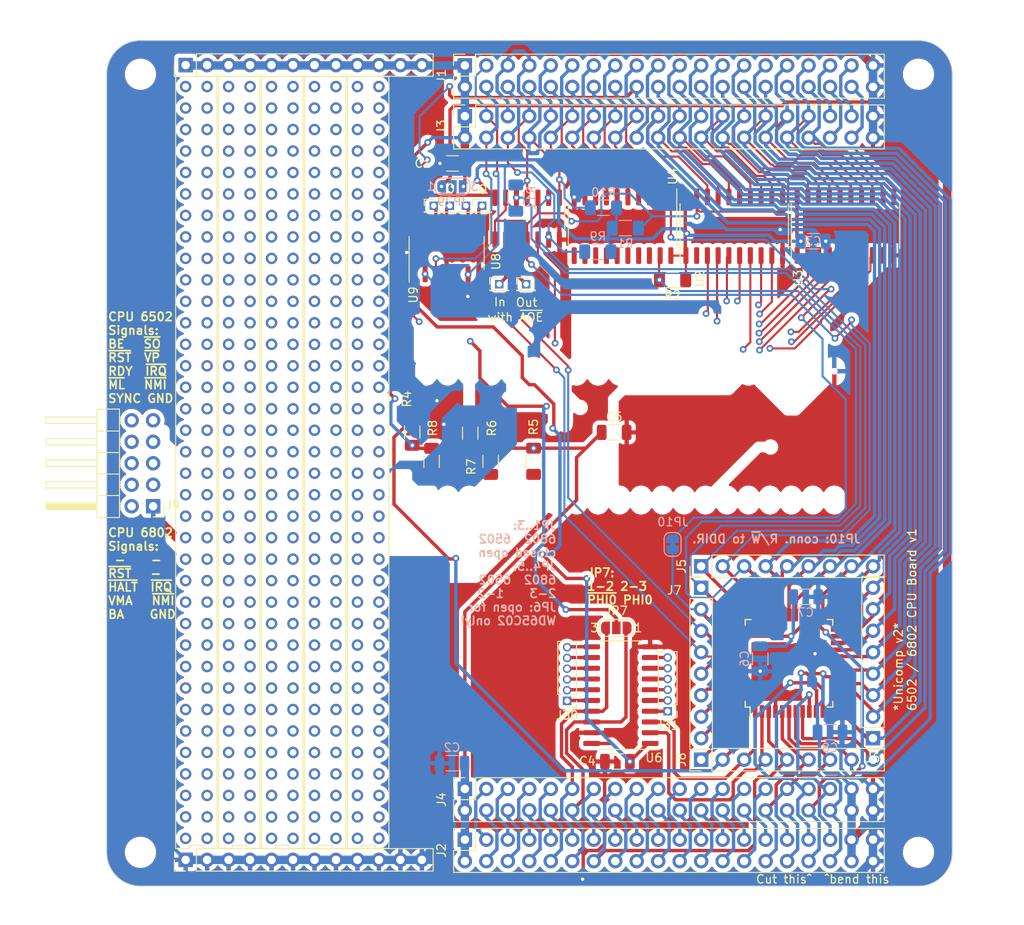
<source format=kicad_pcb>
(kicad_pcb (version 20221018) (generator pcbnew)
  (layers (0 "F.Cu" signal) (31 "B.Cu" signal) (34 "B.Paste" user) (35 "F.Paste" user) (36 "B.SilkS" user "B.Silkscreen") (37 "F.SilkS" user "F.Silkscreen") (38 "B.Mask" user) (39 "F.Mask" user) (44 "Edge.Cuts" user))
  (net 0 "")
  (net 1 "/~{RST}")
  (net 2 "/~{BUSFREE}")
  (net 3 "/~{RAMWE13}")
  (net 4 "/~{RAMWE12}")
  (net 5 "/~{RAMWE11}")
  (net 6 "/~{RAMWE10}")
  (net 7 "GND")
  (net 8 "/D7")
  (net 9 "/D6")
  (net 10 "/D5")
  (net 11 "/D4")
  (net 12 "/D3")
  (net 13 "/D2")
  (net 14 "/D1")
  (net 15 "/D0")
  (net 16 "+5V")
  (net 17 "/A15")
  (net 18 "/A14")
  (net 19 "/A13")
  (net 20 "/A12")
  (net 21 "/A11")
  (net 22 "/A10")
  (net 23 "/A9")
  (net 24 "/A8")
  (net 25 "/A7")
  (net 26 "/A6")
  (net 27 "/A5")
  (net 28 "/A4")
  (net 29 "/A3")
  (net 30 "/A2")
  (net 31 "/A1")
  (net 32 "/A0")
  (net 33 "/CD0")
  (net 34 "/CD1")
  (net 35 "/CD2")
  (net 36 "/CD3")
  (net 37 "/CD4")
  (net 38 "/CD5")
  (net 39 "/CD6")
  (net 40 "/CD7")
  (net 41 "/CA0")
  (net 42 "/CA1")
  (net 43 "/CA2")
  (net 44 "/CA3")
  (net 45 "/CA4")
  (net 46 "/CA5")
  (net 47 "/CA6")
  (net 48 "/CA7")
  (net 49 "/CA8")
  (net 50 "/CA9")
  (net 51 "/CA10")
  (net 52 "/CA11")
  (net 53 "/CA12")
  (net 54 "/CA13")
  (net 55 "/CA14")
  (net 56 "/CA15")
  (net 57 "/~{RAMWE9}")
  (net 58 "/~{RAMWE8}")
  (net 59 "/~{RAMWE7}")
  (net 60 "/~{RAMWE6}")
  (net 61 "/~{RAMWE5}")
  (net 62 "/~{RAMWE4}")
  (net 63 "/TDI")
  (net 64 "/TMS")
  (net 65 "/TCK")
  (net 66 "+3V3")
  (net 67 "/TDO")
  (net 68 "/CLKF")
  (net 69 "/~{RAMWE3}")
  (net 70 "/~{RAMWE2}")
  (net 71 "/~{RAMWE1}")
  (net 72 "/~{RAMWE0}")
  (net 73 "/DDIR")
  (net 74 "/CLKS")
  (net 75 "/MOSI")
  (net 76 "/SCK")
  (net 77 "/~{IOWR}")
  (net 78 "/~{MWR}")
  (net 79 "/~{MRD}")
  (net 80 "/R{slash}~{W}_e")
  (net 81 "/~{IORD}")
  (net 82 "/PHI2_e")
  (net 83 "/PHI1_e")
  (net 84 "/~{PH0}")
  (net 85 "/PH0")
  (net 86 "/RX1")
  (net 87 "/RES1")
  (net 88 "/TX1")
  (net 89 "/RES0")
  (net 90 "/TX3")
  (net 91 "/RX3")
  (net 92 "/TX2")
  (net 93 "/RX2")
  (net 173 "/Bus/TDRTN")
  (net 179 "/A16")
  (net 180 "/A17")
  (net 181 "/A18")
  (net 182 "/A19")
  (net 459 "/PH0_c")
  (net 460 "/~{PH0_c}")
  (net 461 "/~{WR}c")
  (net 462 "/~{AOE}")
  (net 463 "/~{DOE}")
  (net 464 "/~{RD}c")
  (net 465 "Net-(J30-Pin_1)")
  (net 466 "Net-(J30-Pin_2)")
  (net 467 "Net-(J30-Pin_3)")
  (net 468 "Net-(J30-Pin_4)")
  (net 469 "Net-(J30-Pin_5)")
  (net 470 "Net-(J30-Pin_6)")
  (net 471 "Net-(J31-Pin_1)")
  (net 472 "Net-(J31-Pin_2)")
  (net 473 "Net-(J31-Pin_3)")
  (net 474 "Net-(J31-Pin_4)")
  (net 475 "Net-(J31-Pin_5)")
  (net 476 "Net-(J31-Pin_6)")
  (net 477 "/R{slash}~{W}")
  (net 478 "/PHI2")
  (net 479 "/PHI1")
  (net 480 "/CPUCLK")
  (net 481 "/IO0")
  (net 482 "/IO1")
  (net 483 "/IO2")
  (net 484 "/IO3")
  (net 485 "/IO4")
  (net 486 "/BE")
  (net 487 "/~{VP}")
  (net 488 "/~{SO}")
  (net 489 "/~{NMI}")
  (net 490 "/~{IRQ}")
  (net 491 "/RDY")
  (net 492 "/~{ML}")
  (net 493 "/SYNC")
  (net 494 "Net-(J11-Pin_1)")
  (net 495 "Net-(J10-Pin_1)")
  (net 496 "Net-(J12-Pin_1)")
  (net 497 "Net-(J13-Pin_1)")
  (net 498 "Net-(J14-Pin_1)")
  (net 499 "Net-(J15-Pin_1)")
  (net 500 "/Buffers/VBuffer")
  (footprint "Capacitor_SMD:C_1206_3216Metric" (layer "F.Cu") (at 157.353 91.694)
    (fp_text reference "C5")
    (fp_text value "100n")
  )
  (footprint "Connector_PinHeader_1.27mm:PinHeader_1x01_P1.27mm_Vertical" (layer "F.Cu") (at 146.939 74.168)
    (fp_text reference "J10" hide)
    (fp_text value "Conn_01x01")
  )
  (footprint "Connector_PinHeader_2.54mm:PinHeader_1x09_P2.54mm_Vertical" (layer "F.Cu") (at 167.64 130.389005 90)
    (fp_text reference "J8")
    (fp_text value "Conn_01x09")
  )
  (footprint "Package_SO:SO-20_5.3x12.6mm_P1.27mm" (layer "F.Cu") (at 171.5516 67.3181 90)
    (fp_text reference "U2")
    (fp_text value "SN74LVC245ANSR")
  )
  (footprint "my_own_conn:Proto_2x36" (layer "F.Cu") (at 128.27 95.25)
    (fp_text reference "J26" hide)
    (fp_text value "Conn_02x36_Counter_Clockwise" hide)
  )
  (footprint "Connector_PinSocket_2.54mm:PinSocket_2x20_P2.54mm_Vertical" (layer "F.Cu") (at 139.7 48.303005 90)
    (fp_text reference "J1")
    (fp_text value "BUS")
  )
  (footprint "Package_SO:SO-20_5.3x12.6mm_P1.27mm" (layer "F.Cu") (at 184.7088 67.3019 90)
    (fp_text reference "U3")
    (fp_text value "SN74LVC245ANSR")
  )
  (footprint "Connector_PinHeader_1.27mm:PinHeader_1x06_P1.27mm_Vertical" (layer "F.Cu") (at 163.6776 124.6632 180)
    (fp_text reference "J31")
    (fp_text value "Conn_01x06")
  )
  (footprint "Resistor_SMD:R_1206_3216Metric_Pad1.30x1.75mm_HandSolder" (layer "F.Cu") (at 133.477 91.668 90)
    (fp_text reference "R4")
    (fp_text value "10k")
  )
  (footprint "Connector_PinHeader_2.54mm:PinHeader_1x09_P2.54mm_Vertical" (layer "F.Cu") (at 167.64 107.529005 90)
    (fp_text reference "J5")
    (fp_text value "Conn_01x09")
  )
  (footprint "Connector_PinSocket_2.54mm:PinSocket_2x20_P2.54mm_Vertical" (layer "F.Cu") (at 139.7 133.849005 90)
    (fp_text reference "J4")
    (fp_text value "BUS")
  )
  (footprint "Capacitor_SMD:C_1206_3216Metric" (layer "F.Cu") (at 157.7358 130.6068 180)
    (fp_text reference "C4")
    (fp_text value "100n")
  )
  (footprint "my_own_conn:Proto_2x36" (layer "F.Cu") (at 118.11 95.25)
    (fp_text reference "J24" hide)
    (fp_text value "Conn_02x36_Counter_Clockwise" hide)
  )
  (footprint "Package_SO:SO-20_5.3x12.6mm_P1.27mm" (layer "F.Cu") (at 158.1485 122.7582 180)
    (fp_text reference "U6")
    (fp_text value "SN74LVC245ANSR")
  )
  (footprint "Connector_PinHeader_1.27mm:PinHeader_1x01_P1.27mm_Vertical" (layer "F.Cu") (at 143.764 74.168)
    (fp_text reference "J11" hide)
    (fp_text value "Conn_01x01")
  )
  (footprint "Jumper:SolderJumper-3_P1.3mm_Open_RoundedPad1.0x1.5mm_NumberLabels" (layer "F.Cu") (at 157.607 114.808 180)
    (fp_text reference "JP7")
    (fp_text value "CLK")
  )
  (footprint "Connector_PinHeader_1.27mm:PinHeader_1x01_P1.27mm_Vertical" (layer "F.Cu") (at 137.922 64.897)
    (fp_text reference "J15" hide)
    (fp_text value "Conn_01x01")
  )
  (footprint "Connector_PinHeader_2.54mm:PinHeader_1x12_P2.54mm_Vertical" (layer "F.Cu") (at 106.68 142.24 90)
    (fp_text reference "J20" hide)
    (fp_text value "Conn_01x12" hide)
  )
  (footprint "my_own_conn:Proto_2x36" (layer "F.Cu") (at 123.19 95.25)
    (fp_text reference "J25" hide)
    (fp_text value "Conn_02x36_Counter_Clockwise" hide)
  )
  (footprint "Connector_PinHeader_2.54mm:PinHeader_2x05_P2.54mm_Horizontal" (layer "F.Cu") (at 102.837 100.426 180)
    (fp_text reference "J9")
    (fp_text value "Conn_02x05_Odd_Even")
  )
  (footprint "Resistor_SMD:R_1206_3216Metric_Pad1.30x1.75mm_HandSolder" (layer "F.Cu") (at 140.335 91.795 90)
    (fp_text reference "R7")
    (fp_text value "10k")
  )
  (footprint "Connector_PinHeader_1.27mm:PinHeader_1x01_P1.27mm_Vertical" (layer "F.Cu") (at 136.017 64.897)
    (fp_text reference "J13" hide)
    (fp_text value "Conn_01x01")
  )
  (footprint "Connector_PinSocket_2.54mm:PinSocket_2x20_P2.54mm_Vertical" (layer "F.Cu") (at 139.7 139.849005 90)
    (fp_text reference "J2")
    (fp_text value "BUS")
  )
  (footprint "Connector_PinHeader_1.27mm:PinHeader_1x06_P1.27mm_Vertical" (layer "F.Cu") (at 151.7904 123.444 180)
    (fp_text reference "J30")
    (fp_text value "Conn_01x06")
  )
  (footprint "Connector_PinHeader_2.54mm:PinHeader_1x08_P2.54mm_Vertical" (layer "F.Cu") (at 187.96 127.849005 180)
    (fp_text reference "J6")
    (fp_text value "Conn_01x08")
  )
  (footprint "Package_SO:SOIC-14_3.9x8.7mm_P1.27mm" (layer "F.Cu") (at 137.541 70.485 90)
    (fp_text reference "U9")
    (fp_text value "SN74LVC125AD")
  )
  (footprint "Connector_PinHeader_1.27mm:PinHeader_1x01_P1.27mm_Vertical" (layer "F.Cu") (at 141.732 64.897)
    (fp_text reference "J14" hide)
    (fp_text value "Conn_01x01")
  )
  (footprint "MountingHole:MountingHole_3.2mm_M3" (layer "F.Cu") (at 193.34 49.346005)
    (fp_text reference "H3" hide)
    (fp_text value "MountingHole" hide)
  )
  (footprint "my_own_conn:Proto_2x36" (layer "F.Cu") (at 113.03 95.25)
    (fp_text reference "J23" hide)
    (fp_text value "Conn_02x36_Counter_Clockwise" hide)
  )
  (footprint "Resistor_SMD:R_1206_3216Metric_Pad1.30x1.75mm_HandSolder" (layer "F.Cu") (at 147.828 95.11 -90)
    (fp_text reference "R5")
    (fp_text value "10k")
  )
  (footprint "Package_SO:SOIC-14_3.9x8.7mm_P1.27mm" (layer "F.Cu") (at 147.066 66.421 90)
    (fp_text reference "U8")
    (fp_text value "SN74LVC125AD")
  )
  (footprint "Connector_PinHeader_2.54mm:PinHeader_1x08_P2.54mm_Vertical" (layer "F.Cu") (at 167.64 110.069005)
    (fp_text reference "J7")
    (fp_text value "Conn_01x08")
  )
  (footprint "Connector_PinHeader_1.27mm:PinHeader_1x01_P1.27mm_Vertical" (layer "F.Cu") (at 139.827 64.897)
    (fp_text reference "J12" hide)
    (fp_text value "Conn_01x01")
  )
  (footprint "Connector_PinSocket_2.54mm:PinSocket_2x20_P2.54mm_Vertical" (layer "F.Cu") (at 139.7 54.303005 90)
    (fp_text reference "J3")
    (fp_text value "BUS")
  )
  (footprint "Resistor_SMD:R_1206_3216Metric_Pad1.30x1.75mm_HandSolder" (layer "F.Cu") (at 142.748 95.11 -90)
    (fp_text reference "R6")
    (fp_text value "10k")
  )
  (footprint "Resistor_SMD:R_1206_3216Metric_Pad1.30x1.75mm_HandSolder" (layer "F.Cu") (at 164.2618 73.66 180)
    (fp_text reference "R2")
    (fp_text value "10k")
  )
  (footprint "MountingHole:MountingHole_3.2mm_M3" (layer "F.Cu") (at 101.34 49.346005)
    (fp_text reference "H1" hide)
    (fp_text value "MountingHole" hide)
  )
  (footprint "Package_QFP:TQFP-44_10x10mm_P0.8mm" (layer "F.Cu") (at 178.029 118.994805 90)
    (fp_text reference "U1" hide)
    (fp_text value "XC9572VQ44")
  )
  (footprint "MountingHole:MountingHole_3.2mm_M3" (layer "F.Cu") (at 101.34 141.346005)
    (fp_text reference "H2" hide)
    (fp_text value "MountingHole" hide)
  )
  (footprint "my_own_conn:Proto_2x36" (layer "F.Cu") (at 107.95 95.25)
    (fp_text reference "J22" hide)
    (fp_text value "Conn_02x36_Counter_Clockwise" hide)
  )
  (footprint "Capacitor_SMD:C_1206_3216Metric" (layer "F.Cu") (at 138.2286 59.8932 180)
    (fp_text reference "C1")
    (fp_text value "100n")
  )
  (footprint "Resistor_SMD:R_1206_3216Metric_Pad1.30x1.75mm_HandSolder" (layer "F.Cu") (at 135.763 95.123 -90)
    (fp_text reference "R8")
    (fp_text value "10k")
  )
  (footprint "Connector_PinHeader_2.54mm:PinHeader_1x12_P2.54mm_Vertical" (layer "F.Cu") (at 106.68 48.26 90)
    (fp_text reference "J21" hide)
    (fp_text value "Conn_01x12" hide)
  )
  (footprint "Package_SO:SO-20_5.3x12.6mm_P1.27mm" (layer "F.Cu") (at 158.3436 67.3273 -90)
    (fp_text reference "U4")
    (fp_text value "SN74LVC245ANSR")
  )
  (footprint "MountingHole:MountingHole_3.2mm_M3" (layer "F.Cu") (at 193.34 141.346005)
    (fp_text reference "H4" hide)
    (fp_text value "MountingHole" hide)
  )
  (footprint "Jumper:SolderJumper-2_P1.3mm_Bridged_RoundedPad1.0x1.5mm" (layer "B.Cu") (at 164.2618 104.9378 -90)
    (fp_text reference "JP10")
    (fp_text value "RW")
  )
  (footprint "Capacitor_SMD:C_1206_3216Metric" (layer "B.Cu") (at 138.1778 130.81 180)
    (fp_text reference "C2")
    (fp_text value "100n")
  )
  (footprint "NetTie:NetTie-2_SMD_Pad0.5mm" (layer "B.Cu") (at 147.7772 58.674 180)
    (fp_text reference "NT21" hide)
    (fp_text value "WR" hide)
  )
  (footprint "Resistor_SMD:R_1206_3216Metric_Pad1.30x1.75mm_HandSolder" (layer "B.Cu") (at 158.6744 67.5386)
    (fp_text reference "R1")
    (fp_text value "10k")
  )
  (footprint "Resistor_SMD:R_1206_3216Metric_Pad1.30x1.75mm_HandSolder" (layer "B.Cu") (at 145.7198 63.9832 90)
    (fp_text reference "R11")
    (fp_text value "10k")
  )
  (footprint "Capacitor_SMD:C_1206_3216Metric" (layer "B.Cu") (at 180.008 111.135805)
    (fp_text reference "C7")
    (fp_text value "100n")
  )
  (footprint "Jumper:SolderJumper-3_P1.3mm_Open_RoundedPad1.0x1.5mm_NumberLabels" (layer "B.Cu") (at 138.2314 62.611)
    (fp_text reference "JP29")
    (fp_text value "Vcc")
  )
  (footprint "Capacitor_SMD:C_1206_3216Metric" (layer "B.Cu") (at 182.88 127.137805)
    (fp_text reference "C8")
    (fp_text value "100n")
  )
  (footprint "Capacitor_SMD:C_1206_3216Metric" (layer "B.Cu") (at 180.8988 69.088)
    (fp_text reference "C3")
    (fp_text value "100n")
  )
  (footprint "Resistor_SMD:R_1206_3216Metric_Pad1.30x1.75mm_HandSolder" (layer "B.Cu") (at 156.083 65.1256 180)
    (fp_text reference "R10")
    (fp_text value "10k")
  )
  (footprint "Resistor_SMD:R_1206_3216Metric_Pad1.30x1.75mm_HandSolder" (layer "B.Cu") (at 155.422 70.3326 180)
    (fp_text reference "R9")
    (fp_text value "10k")
  )
  (footprint "NetTie:NetTie-2_SMD_Pad0.5mm" (layer "B.Cu") (at 146.1008 46.6344)
    (fp_text reference "NT20" hide)
    (fp_text value "RD" hide)
  )
  (footprint "Capacitor_SMD:C_1206_3216Metric" (layer "B.Cu") (at 174.625 118.452805 -90)
    (fp_text reference "C6")
    (fp_text value "100n")
  )
  (gr_line (start 97.34 49.346005) (end 97.34 141.346005) (stroke (width 0.1)) (layer "Edge.Cuts"))
  (gr_arc (start 97.34 49.346005) (mid 98.511573 46.517578) (end 101.34 45.346005) (stroke (width 0.1)) (layer "Edge.Cuts"))
  (gr_arc (start 193.34 45.346005) (mid 196.168427 46.517578) (end 197.34 49.346005) (stroke (width 0.1)) (layer "Edge.Cuts"))
  (gr_arc (start 197.34 141.346005) (mid 196.168427 144.174432) (end 193.34 145.346005) (stroke (width 0.1)) (layer "Edge.Cuts"))
  (gr_line (start 197.34 141.346005) (end 197.34 49.346005) (stroke (width 0.1)) (layer "Edge.Cuts"))
  (gr_line (start 193.34 45.346005) (end 101.34 45.346005) (stroke (width 0.1)) (layer "Edge.Cuts"))
  (gr_arc (start 101.34 145.346005) (mid 98.511573 144.174432) (end 97.34 141.346005) (stroke (width 0.1)) (layer "Edge.Cuts"))
  (gr_line (start 193.34 145.346005) (end 101.34 145.346005) (stroke (width 0.1)) (layer "Edge.Cuts"))
  (gr_text "JP10: conn. R/~{W} to DDIR." (at 186.5884 104.8766) (layer "B.SilkS") (effects (font (size 1 1) (thickness 0.2) bold) (justify left bottom mirror)))
  (gr_text "JP1..3:\n6802  6502\nclosed open\nJP4..5:\n6802  6502\n2-3    1-2\nJP6: open for\nWD65C02 only!" (at 150.622 114.554) (layer "B.SilkS") (effects (font (size 1 1) (thickness 0.2) bold) (justify left bottom mirror)))
  (gr_text "CPU 6502\nSignals:\nBE   ~{SO}\n~{RST}  ~{VP}\nRDY  ~{IRQ}\n~{ML}   ~{NMI}\nSYNC GND" (at 97.409 88.265) (layer "F.SilkS") (effects (font (size 1 1) (thickness 0.2) bold) (justify left bottom)))
  (gr_text "In" (at 143.0528 76.8604) (layer "F.SilkS") (effects (font (size 1 1)) (justify left bottom)))
  (gr_text "CPU 6802\nSignals:\n -    -\n~{RST}   -\n~{HALT}  ~{IRQ}\nVMA   ~{NMI}\nBA    GND" (at 97.409 113.792) (layer "F.SilkS") (effects (font (size 1 1) (thickness 0.2) bold) (justify left bottom)))
  (gr_text "with ~{AOE}" (at 142.2908 78.6638) (layer "F.SilkS") (effects (font (size 1 1)) (justify left bottom)))
  (gr_text "*Unicomp v2*\n6502 / 6802 CPU Board v1" (at 191.77 124.714 90) (layer "F.SilkS") (effects (font (size 1 1)) (justify left)))
  (gr_text "Cut this^  ^bend this" (at 189.992 144.526) (layer "F.SilkS") (effects (font (size 1 1)) (justify right)))
  (gr_text "O" (at 141.1986 63.5508) (layer "F.SilkS") (effects (font (size 1 1)) (justify left bottom)))
  (gr_text "I" (at 139.6238 63.4746) (layer "F.SilkS") (effects (font (size 1 1)) (justify left bottom)))
  (gr_text "JP7:\n1-2 2-3\n~{PHI0} PHI0" (at 154.051 112.0902) (layer "F.SilkS") (effects (font (size 1 1) (thickness 0.2) bold) (justify left bottom)))
  (gr_text "I\n" (at 135.7884 63.4746) (layer "F.SilkS") (effects (font (size 1 1)) (justify left bottom)))
  (gr_text "Out" (at 145.6436 76.9112) (layer "F.SilkS") (effects (font (size 1 1)) (justify left bottom)))
  (gr_text "O" (at 137.3886 63.4492) (layer "F.SilkS") (effects (font (size 1 1)) (justify left bottom)))
  (segment (start 131.318 92.277) (end 133.477 90.118) (width 0.4) (layer "F.Cu") (net 1))
  (segment (start 137.795 106.6546) (end 138.557 106.6546) (width 0.4) (layer "F.Cu") (net 1))
  (segment (start 172.329 122.994805) (end 172.329 128.240005) (width 0.4) (layer "F.Cu") (net 1))
  (segment (start 137.8966 51.816) (end 137.8966 50.7746) (width 0.4) (layer "F.Cu") (net 1))
  (segment (start 131.3942 63.3222) (end 135.255 59.4614) (width 0.25) (layer "F.Cu") (net 1))
  (segment (start 131.318 93.726) (end 131.318 92.277) (width 0.4) (layer "F.Cu") (net 1))
  (segment (start 172.329 128.240005) (end 170.18 130.389005) (width 0.4) (layer "F.Cu") (net 1))
  (segment (start 158.767605 52.0954) (end 138.176 52.0954) (width 0.4) (layer "F.Cu") (net 1))
  (segment (start 131.3942 75.701241) (end 131.3942 63.3222) (width 0.25) (layer "F.Cu") (net 1))
  (segment (start 160.02 50.843005) (end 158.767605 52.0954) (width 0.4) (layer "F.Cu") (net 1))
  (segment (start 131.318 100.1776) (end 137.795 106.6546) (width 0.4) (layer "F.Cu") (net 1))
  (segment (start 138.557 106.6546) (end 138.6332 106.5784) (width 0.4) (layer "F.Cu") (net 1))
  (segment (start 131.318 93.726) (end 131.318 100.1776) (width 0.4) (layer "F.Cu") (net 1))
  (segment (start 134.295557 78.602598) (end 131.3942 75.701241) (width 0.25) (layer "F.Cu") (net 1))
  (segment (start 138.176 52.0954) (end 137.8966 51.816) (width 0.4) (layer "F.Cu") (net 1))
  (via (at 135.255 59.4614) (size 0.8) (drill 0.4) (layers "F.Cu" "B.Cu") (net 1))
  (via (at 138.6332 106.5784) (size 0.8) (drill 0.4) (layers "F.Cu" "B.Cu") (net 1))
  (via (at 137.8966 50.7746) (size 0.8) (drill 0.4) (layers "F.Cu" "B.Cu") (net 1))
  (via (at 134.295557 78.602598) (size 0.8) (drill 0.4) (layers "F.Cu" "B.Cu") (net 1))
  (segment (start 161.273253 53.298339) (end 161.273253 54.946619) (width 0.4) (layer "B.Cu") (net 1))
  (segment (start 168.870005 131.699) (end 151.384 131.699) (width 0.4) (layer "B.Cu") (net 1))
  (segment (start 170.18 130.389005) (end 168.870005 131.699) (width 0.4) (layer "B.Cu") (net 1))
  (segment (start 137.8966 50.7746) (end 134.3406 54.3306) (width 0.25) (layer "B.Cu") (net 1))
  (segment (start 160.02 52.045086) (end 161.273253 53.298339) (width 0.4) (layer "B.Cu") (net 1))
  (segment (start 134.3406 54.3306) (end 134.3406 58.547) (width 0.25) (layer "B.Cu") (net 1))
  (segment (start 161.273253 54.946619) (end 160.02 56.199872) (width 0.4) (layer "B.Cu") (net 1))
  (segment (start 138.6332 118.9482) (end 138.6332 106.5784) (width 0.4) (layer "B.Cu") (net 1))
  (segment (start 160.02 50.843005) (end 160.02 52.045086) (width 0.4) (layer "B.Cu") (net 1))
  (segment (start 134.3406 58.547) (end 135.255 59.4614) (width 0.25) (layer "B.Cu") (net 1))
  (segment (start 151.384 131.699) (end 138.6332 118.9482) (width 0.4) (layer "B.Cu") (net 1))
  (segment (start 156.23 135.099005) (end 156.23 137.053) (width 0.4) (layer "B.Cu") (net 2))
  (segment (start 156.23 137.053) (end 157.48 138.303) (width 0.4) (layer "B.Cu") (net 2))
  (segment (start 157.48 133.849005) (end 156.23 135.099005) (width 0.4) (layer "B.Cu") (net 2))
  (segment (start 157.48 138.303) (end 157.48 139.7) (width 0.4) (layer "B.Cu") (net 2))
  (segment (start 157.48 142.24) (end 158.73 140.99) (width 0.4) (layer "B.Cu") (net 3))
  (segment (start 158.73 138.156) (end 157.48 136.906) (width 0.4) (layer "B.Cu") (net 3))
  (segment (start 158.73 140.99) (end 158.73 138.156) (width 0.4) (layer "B.Cu") (net 3))
  (segment (start 160.02 138.303) (end 158.77 137.053) (width 0.4) (layer "B.Cu") (net 4))
  (segment (start 160.02 139.7) (end 160.02 138.303) (width 0.4) (layer "B.Cu") (net 4))
  (segment (start 158.77 135.099005) (end 160.02 133.849005) (width 0.4) (layer "B.Cu") (net 4))
  (segment (start 158.77 137.053) (end 158.77 135.099005) (width 0.4) (layer "B.Cu") (net 4))
  (segment (start 160.02 136.906) (end 161.27 138.156) (width 0.4) (layer "B.Cu") (net 5))
  (segment (start 161.27 140.99) (end 160.02 142.24) (width 0.4) (layer "B.Cu") (net 5))
  (segment (start 161.27 138.156) (end 161.27 140.99) (width 0.4) (layer "B.Cu") (net 5))
  (segment (start 162.56 138.303) (end 161.29 137.033) (width 0.4) (layer "B.Cu") (net 6))
  (segment (start 161.29 137.033) (end 161.29 135.119005) (width 0.4) (layer "B.Cu") (net 6))
  (segment (start 162.56 139.7) (end 162.56 138.303) (width 0.4) (layer "B.Cu") (net 6))
  (segment (start 161.29 135.119005) (end 162.56 133.849005) (width 0.4) (layer "B.Cu") (net 6))
  (segment (start 136.779 70.104) (end 138.049 70.104) (width 0.4) (layer "F.Cu") (net 7))
  (segment (start 176.429 124.694805) (end 176.429 121.731797) (width 0.4) (layer "F.Cu") (net 7))
  (segment (start 138.049 70.104) (end 138.811 69.342) (width 0.4) (layer "F.Cu") (net 7))
  (segment (start 186.342195 46.6852) (end 187.96 48.303005) (width 1) (layer "F.Cu") (net 7))
  (segment (start 177.2666 67.9958) (end 176.9872 67.7164) (width 0.4) (layer "F.Cu") (net 7))
  (segment (start 190.4238 70.7644) (end 190.4238 69.5452) (width 0.4) (layer "F.Cu") (net 7))
  (segment (start 153.5176 67.1322) (end 153.5176 66.2178) (width 0.4) (layer "F.Cu") (net 7))
  (segment (start 133.731 71.374) (end 135.001 70.104) (width 0.4) (layer "F.Cu") (net 7))
  (segment (start 154.686 127.2032) (end 158.1658 127.2032) (width 0.4) (layer "F.Cu") (net 7))
  (segment (start 183.729 118.994805) (end 182.23 118.994805) (width 0.4) (layer "F.Cu") (net 7))
  (segment (start 136.7282 50.3682) (end 136.7282 48.174805) (width 1) (layer "F.Cu") (net 7))
  (segment (start 136.398 89.916) (end 136.398 87.9348) (width 0.4) (layer "F.Cu") (net 7))
  (segment (start 152.33 129.1652) (end 153.7716 130.6068) (width 0.4) (layer "F.Cu") (net 7))
  (segment (start 159.385 117.475) (end 159.8168 117.0432) (width 0.4) (layer "F.Cu") (net 7))
  (segment (start 153.5176 66.2178) (end 152.6286 65.3288) (width 0.4) (layer "F.Cu") (net 7))
  (segment (start 136.779 70.104) (end 137.541 70.866) (width 0.4) (layer "F.Cu") (net 7))
  (segment (start 154.686 127.2032) (end 152.5016 127.2032) (width 0.4) (layer "F.Cu") (net 7))
  (segment (start 177.2666 70.7806) (end 177.2666 67.9958) (width 0.4) (layer "F.Cu") (net 7))
  (segment (start 151.7538 68.896) (end 153.5176 67.1322) (width 0.4) (layer "F.Cu") (net 7))
  (segment (start 135.001 70.104) (end 136.779 70.104) (width 0.4) (layer "F.Cu") (net 7))
  (segment (start 137.541 70.866) (end 137.541 72.96) (width 0.4) (layer "F.Cu") (net 7))
  (segment (start 159.8168 117.0432) (end 161.611 117.0432) (width 0.4) (layer "F.Cu") (net 7))
  (segment (start 138.217805 46.6852) (end 186.342195 46.6852) (width 1) (layer "F.Cu") (net 7))
  (segment (start 156.23 140.3404) (end 156.23 130.6376) (width 0.4) (layer "F.Cu") (net 7))
  (segment (start 180.429 113.294805) (end 180.429 117.193805) (width 0.4) (layer "F.Cu") (net 7))
  (segment (start 153.69 141.6812) (end 154.232195 141.139005) (width 0.4) (layer "F.Cu") (net 7))
  (segment (start 152.33 127.3748) (end 152.33 129.1652) (width 0.4) (layer "F.Cu") (net 7))
  (segment (start 133.731 72.96) (end 133.731 71.374) (width 0.4) (layer "F.Cu") (net 7))
  (segment (start 136.7282 59.8424) (end 136.7282 50.3682) (width 1) (layer "F.Cu") (net 7))
  (segment (start 133.1214 70.104) (end 132.8166 70.4088) (width 0.4) (layer "F.Cu") (net 7))
  (segment (start 153.6192 144.526) (end 153.69 144.4552) (width 0.4) (layer "F.Cu") (net 7))
  (segment (start 140.462 70.104) (end 141.351 70.993) (width 0.4) (layer "F.Cu") (net 7))
  (segment (start 180.429 117.193805) (end 181.102 117.866805) (width 0.4) (layer "F.Cu") (net 7))
  (segment (start 137.216 90.734) (end 136.398 89.916) (width 0.4) (layer "F.Cu") (net 7))
  (segment (start 175.172008 120.474805) (end 174.625 119.927797) (width 0.4) (layer "F.Cu") (net 7))
  (segment (start 176.429 121.731797) (end 174.625 119.927797) (width 0.4) (layer "F.Cu") (net 7))
  (segment (start 152.5016 127.2032) (end 152.33 127.3748) (width 0.4) (layer "F.Cu") (net 7))
  (segment (start 153.7716 130.6068) (end 156.2608 130.6068) (width 0.4) (layer "F.Cu") (net 7))
  (segment (start 190.4238 69.5452) (end 189.9666 69.088) (width 0.4) (layer "F.Cu") (net 7))
  (segment (start 141.351 70.993) (end 141.351 72.96) (width 0.4) (layer "F.Cu") (net 7))
  (segment (start 138.049 70.104) (end 140.462 70.104) (width 0.4) (layer "F.Cu") (net 7))
  (segment (start 159.385 125.984) (end 159.385 117.475) (width 0.4) (layer "F.Cu") (net 7))
  (segment (start 154.232195 141.139005) (end 155.431395 141.139005) (width 0.4) (layer "F.Cu") (net 7))
  (segment (start 138.811 69.342) (end 138.811 68.01) (width 0.4) (layer "F.Cu") (net 7))
  (segment (start 136.7282 48.174805) (end 138.217805 46.6852) (width 1) (layer "F.Cu") (net 7))
  (segment (start 189.9666 69.088) (end 182.3738 69.088) (width 0.4) (layer "F.Cu") (net 7))
  (segment (start 155.431395 141.139005) (end 156.23 140.3404) (width 0.4) (layer "F.Cu") (net 7))
  (segment (start 152.6286 65.3288) (end 152.6286 63.8648) (width 0.4) (layer "F.Cu") (net 7))
  (segment (start 182.23 118.994805) (end 181.102 117.866805) (width 0.4) (layer "F.Cu") (net 7))
  (segment (start 153.69 144.4552) (end 153.69 141.6812) (width 0.4) (layer "F.Cu") (net 7))
  (segment (start 150.876 68.896) (end 151.7538 68.896) (width 0.4) (layer "F.Cu") (net 7))
  (segment (start 135.001 70.104) (end 133.1214 70.104) (width 0.4) (layer "F.Cu") (net 7))
  (segment (start 158.1658 127.2032) (end 159.385 125.984) (width 0.4) (layer "F.Cu") (net 7))
  (segment (start 135.001 70.104) (end 135.001 68.01) (width 0.4) (layer "F.Cu") (net 7))
  (via (at 182.3738 69.088) (size 0.8) (drill 0.4) (layers "F.Cu" "B.Cu") (net 7))
  (via (at 176.9872 67.7164) (size 0.8) (drill 0.4) (layers "F.Cu" "B.Cu") (net 7))
  (via (at 136.7536 59.8932) (size 0.8) (drill 0.4) (layers "F.Cu" "B.Cu") (net 7))
  (via (at 174.625 119.927797) (size 0.8) (drill 0.4) (layers "F.Cu" "B.Cu") (net 7))
  (via (at 137.216 90.734) (size 0.8) (drill 0.4) (layers "F.Cu" "B.Cu") (net 7))
  (via (at 153.6192 144.526) (size 0.8) (drill 0.4) (layers "F.Cu" "B.Cu") (net 7))
  (via (at 132.8166 70.4088) (size 0.8) (drill 0.4) (layers "F.Cu" "B.Cu") (net 7))
  (via (at 136.398 87.9348) (size 0.8) (drill 0.4) (layers "F.Cu" "B.Cu") (net 7))
  (via (at 181.102 117.866805) (size 0.8) (drill 0.4) (layers "F.Cu" "B.Cu") (net 7))
  (via (at 152.6286 63.8648) (size 0.8) (drill 0.4) (layers "F.Cu" "B.Cu") (net 7))
  (segment (start 137.216 93.7462) (end 135.2192 95.743) (width 0.4) (layer "B.Cu") (net 7))
  (segment (start 176.686 117.866805) (end 181.102 117.866805) (width 0.4) (layer "B.Cu") (net 7))
  (segment (start 187.96 48.26) (end 187.96 50.8) (width 1) (layer "B.Cu") (net 7))
  (segment (start 135.2192 95.743) (end 132.207 95.743) (width 0.4) (layer "B.Cu") (net 7))
  (segment (start 185.674 144.526) (end 187.96 142.24) (width 1) (layer "B.Cu") (net 7))
  (segment (start 187.96 139.7) (end 187.96 133.7) (width 1) (layer "B.Cu") (net 7))
  (segment (start 136.7536 59.8932) (end 136.7536 60.3758) (width 0.4) (layer "B.Cu") (net 7))
  (segment (start 132.5246 84.0614) (end 136.398 87.9348) (width 0.4) (layer "B.Cu") (net 7))
  (segment (start 136.7028 130.81) (end 136.7028 140.1572) (width 1) (layer "B.Cu") (net 7))
  (segment (start 181.002191 67.716391) (end 176.987209 67.716391) (width 0.4) (layer "B.Cu") (net 7))
  (segment (start 184.17 127.322805) (end 184.17 131.465) (width 0.4) (layer "B.Cu") (net 7))
  (segment (start 138.43 144.526) (end 153.6192 144.526) (width 1) (layer "B.Cu") (net 7))
  (segment (start 152.6286 61.9506) (end 152.6286 63.8648) (width 0.4) (layer "B.Cu") (net 7))
  (segment (start 181.483 111.135805) (end 181.483 117.485805) (width 0.4) (layer "B.Cu") (net 7))
  (segment (start 185.258 132.553) (end 186.663995 132.553) (width 0.4) (layer "B.Cu") (net 7))
  (segment (start 151.7015 61.0235) (end 152.6286 61.9506) (width 0.4) (layer "B.Cu") (net 7))
  (segment (start 136.7028 140.1572) (end 134.62 142.24) (width 1) (layer "B.Cu") (net 7))
  (segment (start 182.3738 69.088) (end 181.002191 67.716391) (width 0.4) (layer "B.Cu") (net 7))
  (segment (start 102.837 100.426) (end 102.837 138.397) (width 0.4) (layer "B.Cu") (net 7))
  (segment (start 136.7536 59.8932) (end 137.1854 59.4614) (width 0.4) (layer "B.Cu") (net 7))
  (segment (start 187.96 142.24) (end 187.96 139.7) (width 1) (layer "B.Cu") (net 7))
  (segment (start 154.0094 62.484) (end 165.3794 62.484) (width 0.4) (layer "B.Cu") (net 7))
  (segment (start 187.963253 56.849864) (end 187.963253 54.309864) (width 1) (layer "B.Cu") (net 7))
  (segment (start 132.8166 70.4088) (end 132.5246 70.7008) (width 0.4) (layer "B.Cu") (net 7))
  (segment (start 165.3794 62.484) (end 170.6118 67.7164) (width 0.4) (layer "B.Cu") (net 7))
  (segment (start 102.837 138.397) (end 106.68 142.24) (width 0.4) (layer "B.Cu") (net 7))
  (segment (start 184.277 120.831069) (end 181.312736 117.866805) (width 0.4) (layer "B.Cu") (net 7))
  (segment (start 137.1854 59.4614) (end 150.1394 59.4614) (width 0.4) (layer "B.Cu") (net 7))
  (segment (start 170.6118 67.7164) (end 176.9872 67.7164) (width 0.4) (layer "B.Cu") (net 7))
  (segment (start 181.483 117.485805) (end 181.102 117.866805) (width 0.4) (layer "B.Cu") (net 7))
  (segment (start 136.7536 60.3758) (end 132.8166 64.3128) (width 0.4) (layer "B.Cu") (net 7))
  (segment (start 106.68 142.24) (end 136.144 142.24) (width 1) (layer "B.Cu") (net 7))
  (segment (start 152.6286 63.8648) (end 154.0094 62.484) (width 0.4) (layer "B.Cu") (net 7))
  (segment (start 176.987209 67.716391) (end 176.9872 67.7164) (width 0.4) (layer "B.Cu") (net 7))
  (segment (start 150.1394 59.4614) (end 151.7015 61.0235) (width 0.4) (layer "B.Cu") (net 7))
  (segment (start 181.312736 117.866805) (end 181.102 117.866805) (width 0.4) (layer "B.Cu") (net 7))
  (segment (start 153.6192 144.526) (end 185.674 144.526) (width 1) (layer "B.Cu") (net 7))
  (segment (start 137.216 90.734) (end 137.216 93.7462) (width 0.4) (layer "B.Cu") (net 7))
  (segment (start 132.5246 70.7008) (end 132.5246 84.0614) (width 0.4) (layer "B.Cu") (net 7))
  (segment (start 186.663995 132.553) (end 187.96 133.849005) (width 0.4) (layer "B.Cu") (net 7))
  (segment (start 136.144 142.24) (end 138.43 144.526) (width 1) (layer "B.Cu") (net 7))
  (segment (start 174.625 119.927805) (end 176.686 117.866805) (width 0.4) (layer "B.Cu") (net 7))
  (segment (start 184.17 131.465) (end 185.258 132.553) (width 0.4) (layer "B.Cu") (net 7))
  (segment (start 132.8166 64.3128) (end 132.8166 70.4088) (width 0.4) (layer "B.Cu") (net 7))
  (segment (start 187.963253 54.309864) (end 187.963253 48.309864) (width 1) (layer "B.Cu") (net 7))
  (segment (start 184.277 127.059805) (end 184.277 120.831069) (width 0.4) (layer "B.Cu") (net 7))
  (segment (start 162.7886 61.379372) (end 158.77 57.360772) (width 0.25) (layer "F.Cu") (net 8))
  (segment (start 162.7886 63.8648) (end 162.7886 61.379372) (width 0.25) (layer "F.Cu") (net 8))
  (segment (start 158.77 55.553005) (end 160.02 54.303005) (width 0.25) (layer "F.Cu") (net 8))
  (segment (start 158.77 57.360772) (end 158.77 55.553005) (width 0.25) (layer "F.Cu") (net 8))
  (segment (start 158.77 51.963) (end 160.02 53.213) (width 0.4) (layer "B.Cu") (net 8))
  (segment (start 158.77 49.553005) (end 158.77 51.963) (width 0.4) (layer "B.Cu") (net 8))
  (segment (start 160.02 53.213) (end 160.02 54.303005) (width 0.4) (layer "B.Cu") (net 8))
  (segment (start 160.02 48.303005) (end 158.77 49.553005) (width 0.4) (layer "B.Cu") (net 8))
  (segment (start 161.5186 63.8648) (end 161.5186 61.940272) (width 0.25) (layer "F.Cu") (net 9))
  (segment (start 161.5186 61.940272) (end 157.48 57.901672) (width 0.25) (layer "F.Cu") (net 9))
  (segment (start 157.48 57.901672) (end 157.48 56.843005) (width 0.25) (layer "F.Cu") (net 9))
  (segment (start 158.733253 55.589752) (end 157.48 56.843005) (width 0.4) (layer "B.Cu") (net 9))
  (segment (start 157.48 51.689) (end 158.733253 52.942253) (width 0.4) (layer "B.Cu") (net 9))
  (segment (start 158.733253 52.942253) (end 158.733253 55.589752) (width 0.4) (layer "B.Cu") (net 9))
  (segment (start 157.48 50.843005) (end 157.48 51.689) (width 0.4) (layer "B.Cu") (net 9))
  (segment (start 156.23 57.5002) (end 156.23 55.553005) (width 0.25) (layer "F.Cu") (net 10))
  (segment (start 156.23 55.553005) (end 157.48 54.303005) (width 0.25) (layer "F.Cu") (net 10))
  (segment (start 160.2486 63.8648) (end 160.2486 61.5188) (width 0.25) (layer "F.Cu") (net 10))
  (segment (start 160.2486 61.5188) (end 156.23 57.5002) (width 0.25) (layer "F.Cu") (net 10))
  (segment (start 156.23 49.553005) (end 156.23 51.836) (width 0.4) (layer "B.Cu") (net 10))
  (segment (start 157.48 53.086) (end 157.48 54.303005) (width 0.4) (layer "B.Cu") (net 10))
  (segment (start 157.48 48.303005) (end 156.23 49.553005) (width 0.4) (layer "B.Cu") (net 10))
  (segment (start 156.23 51.836) (end 157.48 53.086) (width 0.4) (layer "B.Cu") (net 10))
  (segment (start 154.94 57.850872) (end 154.94 56.843005) (width 0.25) (layer "F.Cu") (net 11))
  (segment (start 158.9786 61.889472) (end 154.94 57.850872) (width 0.25) (layer "F.Cu") (net 11))
  (segment (start 158.9786 63.8648) (end 158.9786 61.889472) (width 0.25) (layer "F.Cu") (net 11))
  (segment (start 154.94 51.816) (end 156.213253 53.089253) (width 0.4) (layer "B.Cu") (net 11))
  (segment (start 156.213253 55.569752) (end 154.94 56.843005) (width 0.4) (layer "B.Cu") (net 11))
  (segment (start 154.94 50.843005) (end 154.94 51.816) (width 0.4) (layer "B.Cu") (net 11))
  (segment (start 156.213253 53.089253) (end 156.213253 55.569752) (width 0.4) (layer "B.Cu") (net 11))
  (segment (start 157.7086 63.8648) (end 157.7086 61.468) (width 0.25) (layer "F.Cu") (net 12))
  (segment (start 153.69 57.4494) (end 153.69 55.553005) (width 0.25) (layer "F.Cu") (net 12))
  (segment (start 157.7086 61.468) (end 153.69 57.4494) (width 0.25) (layer "F.Cu") (net 12))
  (segment (start 153.69 55.553005) (end 154.94 54.303005) (width 0.25) (layer "F.Cu") (net 12))
  (segment (start 154.94 53.213) (end 154.94 54.303005) (width 0.4) (layer "B.Cu") (net 12))
  (segment (start 153.69 49.553005) (end 153.69 51.963) (width 0.4) (layer "B.Cu") (net 12))
  (segment (start 154.94 48.303005) (end 153.69 49.553005) (width 0.4) (layer "B.Cu") (net 12))
  (segment (start 153.69 51.963) (end 154.94 53.213) (width 0.4) (layer "B.Cu") (net 12))
  (segment (start 156.4386 61.889472) (end 152.4 57.850872) (width 0.25) (layer "F.Cu") (net 13))
  (segment (start 152.4 57.850872) (end 152.4 56.843005) (width 0.25) (layer "F.Cu") (net 13))
  (segment (start 156.4386 63.8648) (end 156.4386 61.889472) (width 0.25) (layer "F.Cu") (net 13))
  (segment (start 153.673253 55.493457) (end 153.673253 52.962253) (width 0.4) (layer "B.Cu") (net 13))
  (segment (start 152.403253 56.763457) (end 153.673253 55.493457) (width 0.4) (layer "B.Cu") (net 13))
  (segment (start 153.673253 52.962253) (end 152.4 51.689) (width 0.4) (layer "B.Cu") (net 13))
  (segment (start 152.4 51.689) (end 152.4 50.843005) (width 0.4) (layer "B.Cu") (net 13))
  (segment (start 151.15 55.553005) (end 152.4 54.303005) (width 0.25) (layer "F.Cu") (net 14))
  (segment (start 155.1686 61.468) (end 151.15 57.4494) (width 0.25) (layer "F.Cu") (net 14))
  (segment (start 151.15 57.4494) (end 151.15 55.553005) (width 0.25) (layer "F.Cu") (net 14))
  (segment (start 155.1686 63.8648) (end 155.1686 61.468) (width 0.25) (layer "F.Cu") (net 14))
  (segment (start 152.4 52.959) (end 152.4 54.303005) (width 0.4) (layer "B.Cu") (net 14))
  (segment (start 152.403253 48.458869) (end 151.15 49.712122) (width 0.4) (layer "B.Cu") (net 14))
  (segment (start 151.15 49.712122) (end 151.15 51.709) (width 0.4) (layer "B.Cu") (net 14))
  (segment (start 151.15 51.709) (end 152.4 52.959) (width 0.4) (layer "B.Cu") (net 14))
  (segment (start 153.8986 63.8648) (end 153.8986 62.083686) (width 0.25) (layer "F.Cu") (net 15))
  (segment (start 153.8986 62.083686) (end 149.86 58.045086) (width 0.25) (layer "F.Cu") (net 15))
  (segment (start 149.86 58.045086) (end 149.86 56.843005) (width 0.25) (layer "F.Cu") (net 15))
  (segment (start 151.113253 52.520781) (end 149.86 51.267528) (width 0.4) (layer "B.Cu") (net 15))
  (segment (start 151.113253 55.473457) (end 151.113253 52.520781) (width 0.4) (layer "B.Cu") (net 15))
  (segment (start 149.863253 56.723457) (end 151.113253 55.473457) (width 0.4) (layer "B.Cu") (net 15))
  (segment (start 152.908 94.664) (end 155.878 91.694) (width 0.4) (layer "F.Cu") (net 16))
  (segment (start 139.7 112.903) (end 139.7 133.849005) (width 0.4) (layer "F.Cu") (net 16))
  (segment (start 130.8692 87.1304) (end 130.8692 61.8406) (width 0.4) (layer "F.Cu") (net 16))
  (segment (start 135.776 93.56) (end 147.828 93.56) (width 0.4) (layer "F.Cu") (net 16))
  (segment (start 147.828 93.56) (end 154.012 93.56) (width 0.4) (layer "F.Cu") (net 16))
  (segment (start 154.012 93.56) (end 155.878 91.694) (width 0.4) (layer "F.Cu") (net 16))
  (segment (start 139.7 56.843005) (end 139.7 59.8206) (width 1) (layer "F.Cu") (net 16))
  (segment (start 152.908 99.695) (end 152.908 94.664) (width 0.4) (layer "F.Cu") (net 16))
  (segment (start 152.908 99.695) (end 139.7 112.903) (width 0.4) (layer "F.Cu") (net 16))
  (segment (start 135.763 93.573) (end 133.832 93.573) (width 0.4) (layer "F.Cu") (net 16))
  (segment (start 131.445 87.7062) (end 130.8692 87.1304) (width 0.4) (layer "F.Cu") (net 16))
  (segment (start 130.8692 61.8406) (end 135.3058 57.404) (width 0.4) (layer "F.Cu") (net 16))
  (segment (start 139.7036 62.4388) (end 139.5314 62.611) (width 0.4) (layer "F.Cu") (net 16))
  (segment (start 139.7036 59.8932) (end 139.7036 62.4388) (width 0.4) (layer "F.Cu") (net 16))
  (via (at 147.828 93.56) (size 0.8) (drill 0.4) (layers "F.Cu" "B.Cu") (net 16))
  (via (at 133.477 93.218) (size 0.8) (drill 0.4) (layers "F.Cu" "B.Cu") (net 16))
  (via (at 131.445 87.7062) (size 0.8) (drill 0.4) (layers "F.Cu" "B.Cu") (net 16))
  (via (at 139.5314 62.611) (size 0.8) (drill 0.4) (layers "F.Cu" "B.Cu") (net 16))
  (via (at 135.3058 57.404) (size 0.8) (drill 0.4) (layers "F.Cu" "B.Cu") (net 16))
  (segment (start 139.7 56.843005) (end 135.866795 56.843005) (width 0.4) (layer "B.Cu") (net 16))
  (segment (start 133.477 93.218) (end 130.937 90.678) (width 0.4) (layer "B.Cu") (net 16))
  (segment (start 135.866795 56.843005) (end 135.3058 57.404) (width 0.4) (layer "B.Cu") (net 16))
  (segment (start 139.703253 54.309864) (end 139.703253 48.309864) (width 1) (layer "B.Cu") (net 16))
  (segment (start 139.7 48.303005) (end 106.723005 48.303005) (width 1) (layer "B.Cu") (net 16))
  (segment (start 139.7 139.7) (end 139.7 133.7) (width 1) (layer "B.Cu") (net 16))
  (segment (start 130.937 88.2142) (end 131.445 87.7062) (width 0.4) (layer "B.Cu") (net 16))
  (segment (start 139.703253 54.309864) (end 139.703253 56.849864) (width 1) (layer "B.Cu") (net 16))
  (segment (start 139.7 139.7) (end 139.7 142.24) (width 1) (layer "B.Cu") (net 16))
  (segment (start 139.7 133.849005) (end 139.7 130.8572) (width 1) (layer "B.Cu") (net 16))
  (segment (start 130.937 90.678) (end 130.937 88.2142) (width 0.4) (layer "B.Cu") (net 16))
  (segment (start 182.393299 58.018005) (end 185.653005 58.018005) (width 0.25) (layer "F.Cu") (net 17))
  (segment (start 179.484764 128.499805) (end 183.5308 128.499805) (width 0.4) (layer "F.Cu") (net 17))
  (segment (start 183.5308 128.499805) (end 185.42 130.389005) (width 0.4) (layer "F.Cu") (net 17))
  (segment (start 178.829 124.694805) (end 178.829 127.844041) (width 0.4) (layer "F.Cu") (net 17))
  (segment (start 178.829 127.844041) (end 179.484764 128.499805) (width 0.4) (layer "F.Cu") (net 17))
  (segment (start 181.943299 57.568005) (end 182.393299 58.018005) (width 0.25) (layer "F.Cu") (net 17))
  (segment (start 181.065 57.568005) (end 181.943299 57.568005) (width 0.25) (layer "F.Cu") (net 17))
  (segment (start 190.4238 62.7888) (end 190.4238 63.8394) (width 0.25) (layer "F.Cu") (net 17))
  (segment (start 185.653005 58.018005) (end 190.4238 62.7888) (width 0.25) (layer "F.Cu") (net 17))
  (segment (start 180.34 56.843005) (end 181.065 57.568005) (width 0.25) (layer "F.Cu") (net 17))
  (segment (start 181.593253 52.387276) (end 181.593253 55.599864) (width 0.4) (layer "B.Cu") (net 17))
  (segment (start 185.42 131.591086) (end 185.781914 131.953) (width 0.4) (layer "B.Cu") (net 17))
  (segment (start 191.039125 58.093005) (end 182.362233 58.093005) (width 0.4) (layer "B.Cu") (net 17))
  (segment (start 188.3156 131.953) (end 194.7164 125.5522) (width 0.4) (layer "B.Cu") (net 17))
  (segment (start 182.362233 58.093005) (end 181.112233 56.843005) (width 0.4) (layer "B.Cu") (net 17))
  (segment (start 181.112233 56.843005) (end 180.34 56.843005) (width 0.4) (layer "B.Cu") (net 17))
  (segment (start 194.7164 108.33352) (end 197.14 105.90992) (width 0.4) (layer "B.Cu") (net 17))
  (segment (start 197.14 64.19388) (end 191.039125 58.093005) (width 0.4) (layer "B.Cu") (net 17))
  (segment (start 181.593253 55.599864) (end 180.343253 56.849864) (width 0.4) (layer "B.Cu") (net 17))
  (segment (start 197.14 105.90992) (end 197.14 64.19388) (width 0.4) (layer "B.Cu") (net 17))
  (segment (start 180.343253 51.137276) (end 181.593253 52.387276) (width 0.4) (layer "B.Cu") (net 17))
  (segment (start 194.7164 125.5522) (end 194.7164 108.33352) (width 0.4) (layer "B.Cu") (net 17))
  (segment (start 185.42 130.389005) (end 185.42 131.591086) (width 0.4) (layer "B.Cu") (net 17))
  (segment (start 185.781914 131.953) (end 188.3156 131.953) (width 0.4) (layer "B.Cu") (net 17))
  (segment (start 179.629 127.795513) (end 179.733292 127.899805) (width 0.4) (layer "F.Cu") (net 18))
  (segment (start 179.853299 58.018005) (end 181.756903 58.018005) (width 0.25) (layer "F.Cu") (net 18))
  (segment (start 187.314672 129.540477) (end 187.314672 130.389005) (width 0.4) (layer "F.Cu") (net 18))
  (segment (start 182.206903 58.468005) (end 184.858405 58.468005) (width 0.25) (layer "F.Cu") (net 18))
  (segment (start 180.34 54.303005) (end 179.09 55.553005) (width 0.25) (layer "F.Cu") (net 18))
  (segment (start 189.1538 62.7634) (end 189.1538 63.8394) (width 0.25) (layer "F.Cu") (net 18))
  (segment (start 185.674 127.899805) (end 187.314672 129.540477) (width 0.4) (layer "F.Cu") (net 18))
  (segment (start 184.858405 58.468005) (end 189.1538 62.7634) (width 0.25) (layer "F.Cu") (net 18))
  (segment (start 179.09 57.254706) (end 179.853299 58.018005) (width 0.25) (layer "F.Cu") (net 18))
  (segment (start 179.629 124.694805) (end 179.629 127.795513) (width 0.4) (layer "F.Cu") (net 18))
  (segment (start 179.733292 127.899805) (end 185.674 127.899805) (width 0.4) (layer "F.Cu") (net 18))
  (segment (start 181.756903 58.018005) (end 182.206903 58.468005) (width 0.25) (layer "F.Cu") (net 18))
  (segment (start 179.09 55.553005) (end 179.09 57.254706) (width 0.25) (layer "F.Cu") (net 18))
  (segment (start 196.54 64.442408) (end 190.790597 58.693005) (width 0.4) (layer "B.Cu") (net 18))
  (segment (start 190.790597 58.693005) (end 182.113705 58.693005) (width 0.4) (layer "B.Cu") (net 18))
  (segment (start 179.07 51.512611) (end 179.07 49.573005) (width 0.4) (layer "B.Cu") (net 18))
  (segment (start 179.09 56.325238) (end 180.34 55.075238) (width 0.4) (layer "B.Cu") (net 18))
  (segment (start 194.1164 124.232605) (end 194.1164 108.084992) (width 0.4) (layer "B.Cu") (net 18))
  (segment (start 179.822233 58.093005) (end 179.09 57.360772) (width 0.4) (layer "B.Cu") (net 18))
  (segment (start 179.09 57.360772) (end 179.09 56.325238) (width 0.4) (layer "B.Cu") (net 18))
  (segment (start 180.868797 58.093005) (end 180.863282 58.08749) (width 0.4) (layer "B.Cu") (net 18))
  (segment (start 180.857767 58.093005) (end 179.822233 58.093005) (width 0.4) (layer "B.Cu") (net 18))
  (segment (start 181.513705 58.093005) (end 180.868797 58.093005) (width 0.4) (layer "B.Cu") (net 18))
  (segment (start 180.34 55.075238) (end 180.34 54.303005) (width 0.4) (layer "B.Cu") (net 18))
  (segment (start 180.343253 52.785864) (end 179.07 51.512611) (width 0.4) (layer "B.Cu") (net 18))
  (segment (start 187.96 130.389005) (end 194.1164 124.232605) (width 0.4) (layer "B.Cu") (net 18))
  (segment (start 196.54 105.661392) (end 196.54 64.442408) (width 0.4) (layer "B.Cu") (net 18))
  (segment (start 182.113705 58.693005) (end 181.513705 58.093005) (width 0.4) (layer "B.Cu") (net 18))
  (segment (start 179.07 49.573005) (end 180.34 48.303005) (width 0.4) (layer "B.Cu") (net 18))
  (segment (start 180.343253 54.458869) (end 180.343253 52.785864) (width 0.4) (layer "B.Cu") (net 18))
  (segment (start 180.863282 58.08749) (end 180.857767 58.093005) (width 0.4) (layer "B.Cu") (net 18))
  (segment (start 194.1164 108.084992) (end 196.54 105.661392) (width 0.4) (layer "B.Cu") (net 18))
  (segment (start 183.729 122.994805) (end 183.729 124.303805) (width 0.4) (layer "F.Cu") (net 19))
  (segment (start 181.570507 58.468005) (end 182.020507 58.918005) (width 0.25) (layer "F.Cu") (net 19))
  (segment (start 187.8838 62.5348) (end 187.8838 63.8394) (width 0.25) (layer "F.Cu") (net 19))
  (segment (start 184.267005 58.918005) (end 187.8838 62.5348) (width 0.25) (layer "F.Cu") (net 19))
  (segment (start 187.2742 127.849005) (end 187.96 127.849005) (width 0.4) (layer "F.Cu") (net 19))
  (segment (start 183.729 124.303805) (end 187.2742 127.849005) (width 0.4) (layer "F.Cu") (net 19))
  (segment (start 182.020507 58.918005) (end 184.267005 58.918005) (width 0.25) (layer "F.Cu") (net 19))
  (segment (start 179.425 58.468005) (end 181.570507 58.468005) (width 0.25) (layer "F.Cu") (net 19))
  (segment (start 177.8 56.843005) (end 179.425 58.468005) (width 0.25) (layer "F.Cu") (net 19))
  (segment (start 187.96 127.849005) (end 189.21 127.849005) (width 0.4) (layer "B.Cu") (net 19))
  (segment (start 179.053253 55.513457) (end 177.803253 56.763457) (width 0.4) (layer "B.Cu") (net 19))
  (segment (start 179.0699 58.1892) (end 178.226956 58.1892) (width 0.4) (layer "B.Cu") (net 19))
  (segment (start 189.21 127.849005) (end 193.5164 123.542605) (width 0.4) (layer "B.Cu") (net 19))
  (segment (start 195.94 64.690936) (end 190.542069 59.293005) (width 0.4) (layer "B.Cu") (net 19))
  (segment (start 195.94 105.412864) (end 195.94 64.690936) (width 0.4) (layer "B.Cu") (net 19))
  (segment (start 181.865177 59.293005) (end 181.265177 58.693005) (width 0.4) (layer "B.Cu") (net 19))
  (segment (start 193.5164 107.836464) (end 195.94 105.412864) (width 0.4) (layer "B.Cu") (net 19))
  (segment (start 179.573705 58.693005) (end 179.0699 58.1892) (width 0.4) (layer "B.Cu") (net 19))
  (segment (start 177.8 57.762244) (end 177.8 56.843005) (width 0.4) (layer "B.Cu") (net 19))
  (segment (start 193.5164 123.542605) (end 193.5164 107.836464) (width 0.4) (layer "B.Cu") (net 19))
  (segment (start 181.265177 58.693005) (end 179.573705 58.693005) (width 0.4) (layer "B.Cu") (net 19))
  (segment (start 177.803253 51.388864) (end 179.053253 52.638864) (width 0.4) (layer "B.Cu") (net 19))
  (segment (start 179.053253 52.638864) (end 179.053253 55.513457) (width 0.4) (layer "B.Cu") (net 19))
  (segment (start 190.542069 59.293005) (end 181.865177 59.293005) (width 0.4) (layer "B.Cu") (net 19))
  (segment (start 178.226956 58.1892) (end 177.8 57.762244) (width 0.4) (layer "B.Cu") (net 19))
  (segment (start 178.107233 58.918005) (end 181.384111 58.918005) (width 0.25) (layer "F.Cu") (net 20))
  (segment (start 181.834111 59.368005) (end 183.318609 59.368005) (width 0.25) (layer "F.Cu") (net 20))
  (segment (start 187.96 124.597805) (end 187.96 125.309005) (width 0.4) (layer "F.Cu") (net 20))
  (segment (start 181.384111 58.918005) (end 181.834111 59.368005) (width 0.25) (layer "F.Cu") (net 20))
  (segment (start 183.318609 59.368005) (end 186.6138 62.663196) (width 0.25) (layer "F.Cu") (net 20))
  (segment (start 183.729 122.194805) (end 185.557 122.194805) (width 0.4) (layer "F.Cu") (net 20))
  (segment (start 185.557 122.194805) (end 187.96 124.597805) (width 0.4) (layer "F.Cu") (net 20))
  (segment (start 176.55 57.360772) (end 178.107233 58.918005) (width 0.25) (layer "F.Cu") (net 20))
  (segment (start 186.6138 62.663196) (end 186.6138 63.8394) (width 0.25) (layer "F.Cu") (net 20))
  (segment (start 177.8 54.303005) (end 176.55 55.553005) (width 0.25) (layer "F.Cu") (net 20))
  (segment (start 176.55 55.553005) (end 176.55 57.360772) (width 0.25) (layer "F.Cu") (net 20))
  (segment (start 177.803253 52.912864) (end 176.513253 51.622864) (width 0.4) (layer "B.Cu") (net 20))
  (segment (start 178.821372 58.7892) (end 177.978428 58.7892) (width 0.4) (layer "B.Cu") (net 20))
  (segment (start 190.293541 59.893005) (end 181.616649 59.893005) (width 0.4) (layer "B.Cu") (net 20))
  (segment (start 176.513253 49.599864) (end 177.803253 48.309864) (width 0.4) (layer "B.Cu") (net 20))
  (segment (start 192.9164 120.352605) (end 192.9164 107.587936) (width 0.4) (layer "B.Cu") (net 20))
  (segment (start 176.55 57.360772) (end 176.55 55.946528) (width 0.4) (layer "B.Cu") (net 20))
  (segment (start 195.34 105.164336) (end 195.34 64.939464) (width 0.4) (layer "B.Cu") (net 20))
  (segment (start 181.616649 59.893005) (end 181.016649 59.293005) (width 0.4) (layer "B.Cu") (net 20))
  (segment (start 177.803253 54.309864) (end 177.803253 52.912864) (width 0.4) (layer "B.Cu") (net 20))
  (segment (start 192.9164 107.587936) (end 195.34 105.164336) (width 0.4) (layer "B.Cu") (net 20))
  (segment (start 177.978428 58.7892) (end 176.55 57.360772) (width 0.4) (layer "B.Cu") (net 20))
  (segment (start 176.513253 51.622864) (end 176.513253 49.599864) (width 0.4) (layer "B.Cu") (net 20))
  (segment (start 187.96 125.309005) (end 192.9164 120.352605) (width 0.4) (layer "B.Cu") (net 20))
  (segment (start 176.55 55.946528) (end 177.8 54.696528) (width 0.4) (layer "B.Cu") (net 20))
  (segment (start 179.325177 59.293005) (end 178.821372 58.7892) (width 0.4) (layer "B.Cu") (net 20))
  (segment (start 181.016649 59.293005) (end 179.325177 59.293005) (width 0.4) (layer "B.Cu") (net 20))
  (segment (start 195.34 64.939464) (end 190.293541 59.893005) (width 0.4) (layer "B.Cu") (net 20))
  (segment (start 183.729 121.394805) (end 186.5858 121.394805) (width 0.4) (layer "F.Cu") (net 21))
  (segment (start 181.197715 59.368005) (end 181.647715 59.818005) (width 0.25) (layer "F.Cu") (net 21))
  (segment (start 177.785 59.368005) (end 181.197715 59.368005) (width 0.25) (layer "F.Cu") (net 21))
  (segment (start 185.3438 62.561596) (end 185.3438 63.8394) (width 0.25) (layer "F.Cu") (net 21))
  (segment (start 186.5858 121.394805) (end 187.96 122.769005) (width 0.4) (layer "F.Cu") (net 21))
  (segment (start 181.647715 59.818005) (end 182.600209 59.818005) (width 0.25) (layer "F.Cu") (net 21))
  (segment (start 182.600209 59.818005) (end 185.3438 62.561596) (width 0.25) (layer "F.Cu") (net 21))
  (segment (start 175.26 56.843005) (end 177.785 59.368005) (width 0.25) (layer "F.Cu") (net 21))
  (segment (start 176.53 55.118) (end 175.26 56.388) (width 0.4) (layer "B.Cu") (net 21))
  (segment (start 194.74 104.915808) (end 194.74 65.187992) (width 0.4) (layer "B.Cu") (net 21))
  (segment (start 175.26 57.762244) (end 175.26 56.843005) (width 0.4) (layer "B.Cu") (net 21))
  (segment (start 180.768121 59.893005) (end 179.076649 59.893005) (width 0.4) (layer "B.Cu") (net 21))
  (segment (start 187.96 122.769005) (end 192.3164 118.412605) (width 0.4) (layer "B.Cu") (net 21))
  (segment (start 194.74 65.187992) (end 190.045013 60.493005) (width 0.4) (layer "B.Cu") (net 21))
  (segment (start 192.3164 118.412605) (end 192.3164 107.339408) (width 0.4) (layer "B.Cu") (net 21))
  (segment (start 176.886956 59.3892) (end 175.26 57.762244) (width 0.4) (layer "B.Cu") (net 21))
  (segment (start 181.368121 60.493005) (end 180.768121 59.893005) (width 0.4) (layer "B.Cu") (net 21))
  (segment (start 175.26 50.843005) (end 175.26 52.167134) (width 0.4) (layer "B.Cu") (net 21))
  (segment (start 178.572844 59.3892) (end 176.886956 59.3892) (width 0.4) (layer "B.Cu") (net 21))
  (segment (start 192.3164 107.339408) (end 194.74 104.915808) (width 0.4) (layer "B.Cu") (net 21))
  (segment (start 190.045013 60.493005) (end 181.368121 60.493005) (width 0.4) (layer "B.Cu") (net 21))
  (segment (start 175.26 52.167134) (end 176.53 53.437134) (width 0.4) (layer "B.Cu") (net 21))
  (segment (start 176.53 53.437134) (end 176.53 55.118) (width 0.4) (layer "B.Cu") (net 21))
  (segment (start 179.076649 59.893005) (end 178.572844 59.3892) (width 0.4) (layer "B.Cu") (net 21))
  (segment (start 184.0738 62.9158) (end 184.0738 63.8394) (width 0.25) (layer "F.Cu") (net 22))
  (segment (start 174.01 55.553005) (end 174.01 57.343612) (width 0.25) (layer "F.Cu") (net 22))
  (segment (start 174.01 57.343612) (end 176.484393 59.818005) (width 0.25) (layer "F.Cu") (net 22))
  (segment (start 183.729 119.794805) (end 187.5258 119.794805) (width 0.4) (layer "F.Cu") (net 22))
  (segment (start 180.976005 59.818005) (end 184.0738 62.9158) (width 0.25) (layer "F.Cu") (net 22))
  (segment (start 176.484393 59.818005) (end 180.976005 59.818005) (width 0.25) (layer "F.Cu") (net 22))
  (segment (start 175.26 54.303005) (end 174.01 55.553005) (width 0.25) (layer "F.Cu") (net 22))
  (segment (start 173.973253 49.589752) (end 175.26 48.303005) (width 0.4) (layer "B.Cu") (net 22))
  (segment (start 175.26 55.075238) (end 175.26 54.303005) (width 0.4) (layer "B.Cu") (net 22))
  (segment (start 174.01 57.360772) (end 174.01 56.325238) (width 0.4) (layer "B.Cu") (net 22))
  (segment (start 175.263253 53.018915) (end 173.973253 51.728915) (width 0.4) (layer "B.Cu") (net 22))
  (segment (start 187.96 120.229005) (end 191.7164 116.472605) (width 0.4) (layer "B.Cu") (net 22))
  (segment (start 194.14 65.43652) (end 189.796485 61.093005) (width 0.4) (layer "B.Cu") (net 22))
  (segment (start 174.01 56.325238) (end 175.26 55.075238) (width 0.4) (layer "B.Cu") (net 22))
  (segment (start 178.324316 59.9892) (end 176.638428 59.9892) (width 0.4) (layer "B.Cu") (net 22))
  (segment (start 191.7164 107.09088) (end 194.14 104.66728) (width 0.4) (layer "B.Cu") (net 22))
  (segment (start 178.828121 60.493005) (end 178.324316 59.9892) (width 0.4) (layer "B.Cu") (net 22))
  (segment (start 194.14 104.66728) (end 194.14 65.43652) (width 0.4) (layer "B.Cu") (net 22))
  (segment (start 181.119593 61.093005) (end 180.519593 60.493005) (width 0.4) (layer "B.Cu") (net 22))
  (segment (start 180.519593 60.493005) (end 178.828121 60.493005) (width 0.4) (layer "B.Cu") (net 22))
  (segment (start 189.796485 61.093005) (end 181.119593 61.093005) (width 0.4) (layer "B.Cu") (net 22))
  (segment (start 191.7164 116.472605) (end 191.7164 107.09088) (width 0.4) (layer "B.Cu") (net 22))
  (segment (start 176.638428 59.9892) (end 174.01 57.360772) (width 0.4) (layer "B.Cu") (net 22))
  (segment (start 175.263253 54.309864) (end 175.263253 53.018915) (width 0.4) (layer "B.Cu") (net 22))
  (segment (start 173.973253 51.728915) (end 173.973253 49.589752) (width 0.4) (layer "B.Cu") (net 22))
  (segment (start 176.297997 60.268005) (end 180.511605 60.268005) (width 0.25) (layer "F.Cu") (net 23))
  (segment (start 187.96 117.689005) (end 187.4542 118.194805) (width 0.4) (layer "F.Cu") (net 23))
  (segment (start 180.511605 60.268005) (end 182.8038 62.5602) (width 0.25) (layer "F.Cu") (net 23))
  (segment (start 176.053592 60.0236) (end 176.297997 60.268005) (width 0.25) (layer "F.Cu") (net 23))
  (segment (start 182.8038 62.5602) (end 182.8038 63.8394) (width 0.25) (layer "F.Cu") (net 23))
  (segment (start 187.4542 118.194805) (end 183.729 118.194805) (width 0.4) (layer "F.Cu") (net 23))
  (segment (start 172.72 56.843005) (end 175.900595 60.0236) (width 0.25) (layer "F.Cu") (net 23))
  (segment (start 175.900595 60.0236) (end 176.053592 60.0236) (width 0.25) (layer "F.Cu") (net 23))
  (segment (start 180.271065 61.093005) (end 178.579593 61.093005) (width 0.4) (layer "B.Cu") (net 23))
  (segment (start 178.075788 60.5892) (end 175.546956 60.5892) (width 0.4) (layer "B.Cu") (net 23))
  (segment (start 175.546956 60.5892) (end 172.72 57.762244) (width 0.4) (layer "B.Cu") (net 23))
  (segment (start 173.973253 52.682128) (end 173.973253 55.513457) (width 0.4) (layer "B.Cu") (net 23))
  (segment (start 187.96 117.689005) (end 191.1164 114.532605) (width 0.4) (layer "B.Cu") (net 23))
  (segment (start 193.54 65.685048) (end 189.547957 61.693005) (width 0.4) (layer "B.Cu") (net 23))
  (segment (start 172.723253 51.432128) (end 173.973253 52.682128) (width 0.4) (layer "B.Cu") (net 23))
  (segment (start 193.54 104.418752) (end 193.54 65.685048) (width 0.4) (layer "B.Cu") (net 23))
  (segment (start 172.72 57.762244) (end 172.72 56.843005) (width 0.4) (layer "B.Cu") (net 23))
  (segment (start 191.1164 114.532605) (end 191.1164 106.842352) (width 0.4) (layer "B.Cu") (net 23))
  (segment (start 180.871065 61.693005) (end 180.271065 61.093005) (width 0.4) (layer "B.Cu") (net 23))
  (segment (start 173.973253 55.513457) (end 172.723253 56.763457) (width 0.4) (layer "B.Cu") (net 23))
  (segment (start 191.1164 106.842352) (end 193.54 104.418752) (width 0.4) (layer "B.Cu") (net 23))
  (segment (start 189.547957 61.693005) (end 180.871065 61.693005) (width 0.4) (layer "B.Cu") (net 23))
  (segment (start 178.579593 61.093005) (end 178.075788 60.5892) (width 0.4) (layer "B.Cu") (net 23))
  (segment (start 175.867196 60.4736) (end 174.676188 60.4736) (width 0.25) (layer "F.Cu") (net 24))
  (segment (start 171.545 57.342412) (end 171.545 55.478005) (width 0.25) (layer "F.Cu") (net 24))
  (segment (start 171.545 55.478005) (end 172.72 54.303005) (width 0.25) (layer "F.Cu") (net 24))
  (segment (start 181.5338 62.357) (end 179.894805 60.718005) (width 0.25) (layer "F.Cu") (net 24))
  (segment (start 179.894805 60.718005) (end 176.111601 60.718005) (width 0.25) (layer "F.Cu") (net 24))
  (segment (start 187.96 115.149005) (end 185.7142 117.394805) (width 0.4) (layer "F.Cu") (net 24))
  (segment (start 176.111601 60.718005) (end 175.867196 60.4736) (width 0.25) (layer "F.Cu") (net 24))
  (segment (start 174.676188 60.4736) (end 171.545 57.342412) (width 0.25) (layer "F.Cu") (net 24))
  (segment (start 181.5338 63.8394) (end 181.5338 62.357) (width 0.25) (layer "F.Cu") (net 24))
  (segment (start 185.7142 117.394805) (end 183.729 117.394805) (width 0.4) (layer "F.Cu") (net 24))
  (segment (start 192.94 65.933576) (end 189.299429 62.293005) (width 0.4) (layer "B.Cu") (net 24))
  (segment (start 172.723253 52.835253) (end 171.433253 51.545253) (width 0.4) (layer "B.Cu") (net 24))
  (segment (start 177.82726 61.1892) (end 175.298428 61.1892) (width 0.4) (layer "B.Cu") (net 24))
  (segment (start 187.96 115.149005) (end 190.5164 112.592605) (width 0.4) (layer "B.Cu") (net 24))
  (segment (start 175.298428 61.1892) (end 171.43 57.320772) (width 0.4) (layer "B.Cu") (net 24))
  (segment (start 178.331065 61.693005) (end 177.82726 61.1892) (width 0.4) (layer "B.Cu") (net 24))
  (segment (start 190.5164 106.593824) (end 192.94 104.170224) (width 0.4) (layer "B.Cu") (net 24))
  (segment (start 171.43 55.6693) (end 172.72 54.3793) (width 0.4) (layer "B.Cu") (net 24))
  (segment (start 171.43 57.320772) (end 171.43 55.6693) (width 0.4) (layer "B.Cu") (net 24))
  (segment (start 189.299429 62.293005) (end 180.622537 62.293005) (width 0.4) (layer "B.Cu") (net 24))
  (segment (start 171.433253 49.589752) (end 172.72 48.303005) (width 0.4) (layer "B.Cu") (net 24))
  (segment (start 190.5164 112.592605) (end 190.5164 106.593824) (width 0.4) (layer "B.Cu") (net 24))
  (segment (start 180.622537 62.293005) (end 180.022537 61.693005) (width 0.4) (layer "B.Cu") (net 24))
  (segment (start 192.94 104.170224) (end 192.94 65.933576) (width 0.4) (layer "B.Cu") (net 24))
  (segment (start 180.022537 61.693005) (end 178.331065 61.693005) (width 0.4) (layer "B.Cu") (net 24))
  (segment (start 172.723253 54.309864) (end 172.723253 52.835253) (width 0.4) (layer "B.Cu") (net 24))
  (segment (start 171.433253 51.545253) (end 171.433253 49.589752) (width 0.4) (layer "B.Cu") (net 24))
  (segment (start 184.746433 116.594805) (end 183.729 116.594805) (width 0.4) (layer "F.Cu") (net 25))
  (segment (start 177.2666 62.5094) (end 175.6808 60.9236) (width 0.25) (layer "F.Cu") (net 25))
  (segment (start 174.489792 60.9236) (end 171.134197 57.568005) (width 0.25) (layer "F.Cu") (net 25))
  (segment (start 171.134197 57.568005) (end 170.905 57.568005) (width 0.25) (layer "F.Cu") (net 25))
  (segment (start 170.905 57.568005) (end 170.18 56.843005) (width 0.25) (layer "F.Cu") (net 25))
  (segment (start 187.96 112.609005) (end 187.96 113.381238) (width 0.4) (layer "F.Cu") (net 25))
  (segment (start 177.2666 63.8556) (end 177.2666 62.5094) (width 0.25) (layer "F.Cu") (net 25))
  (segment (start 175.6808 60.9236) (end 174.489792 60.9236) (width 0.25) (layer "F.Cu") (net 25))
  (segment (start 187.96 113.381238) (end 184.746433 116.594805) (width 0.4) (layer "F.Cu") (net 25))
  (segment (start 192.34 66.182104) (end 189.050901 62.893005) (width 0.4) (layer "B.Cu") (net 25))
  (segment (start 189.9164 106.345296) (end 192.34 103.921696) (width 0.4) (layer "B.Cu") (net 25))
  (segment (start 170.18 56.070772) (end 170.18 56.72671) (width 0.4) (layer "B.Cu") (net 25))
  (segment (start 174.206956 61.7892) (end 170.18 57.762244) (width 0.4) (layer "B.Cu") (net 25))
  (segment (start 171.43 54.820772) (end 170.18 56.070772) (width 0.4) (layer "B.Cu") (net 25))
  (segment (start 192.34 103.921696) (end 192.34 66.182104) (width 0.4) (layer "B.Cu") (net 25))
  (segment (start 180.374009 62.893005) (end 179.774009 62.293005) (width 0.4) (layer "B.Cu") (net 25))
  (segment (start 170.18 50.843005) (end 170.18 52.07) (width 0.4) (layer "B.Cu") (net 25))
  (segment (start 189.050901 62.893005) (end 180.374009 62.893005) (width 0.4) (layer "B.Cu") (net 25))
  (segment (start 187.96 112.609005) (end 189.9164 110.652605) (width 0.4) (layer "B.Cu") (net 25))
  (segment (start 177.578732 61.7892) (end 174.206956 61.7892) (width 0.4) (layer "B.Cu") (net 25))
  (segment (start 171.43 53.32) (end 171.43 54.820772) (width 0.4) (layer "B.Cu") (net 25))
  (segment (start 189.9164 110.652605) (end 189.9164 106.345296) (width 0.4) (layer "B.Cu") (net 25))
  (segment (start 170.18 52.07) (end 171.43 53.32) (width 0.4) (layer "B.Cu") (net 25))
  (segment (start 170.18 57.762244) (end 170.18 56.843005) (width 0.4) (layer "B.Cu") (net 25))
  (segment (start 179.774009 62.293005) (end 178.082537 62.293005) (width 0.4) (layer "B.Cu") (net 25))
  (segment (start 178.082537 62.293005) (end 177.578732 61.7892) (width 0.4) (layer "B.Cu") (net 25))
  (segment (start 186.598 113.89471) (end 186.598 111.431005) (width 0.4) (layer "F.Cu") (net 26))
  (segment (start 169.005 55.478005) (end 170.18 54.303005) (width 0.25) (layer "F.Cu") (net 26))
  (segment (start 175.9966 63.8556) (end 175.9966 62.3316) (width 0.25) (layer "F.Cu") (net 26))
  (segment (start 175.0386 61.3736) (end 174.177792 61.3736) (width 0.25) (layer "F.Cu") (net 26))
  (segment (start 169.693299 58.018005) (end 169.005 57.329706) (width 0.25) (layer "F.Cu") (net 26))
  (segment (start 174.177792 61.3736) (end 170.822197 58.018005) (width 0.25) (layer "F.Cu") (net 26))
  (segment (start 184.697905 115.794805) (end 186.598 113.89471) (width 0.4) (layer "F.Cu") (net 26))
  (segment (start 170.822197 58.018005) (end 169.693299 58.018005) (width 0.25) (layer "F.Cu") (net 26))
  (segment (start 175.9966 62.3316) (end 175.0386 61.3736) (width 0.25) (layer "F.Cu") (net 26))
  (segment (start 169.005 57.329706) (end 169.005 55.478005) (width 0.25) (layer "F.Cu") (net 26))
  (segment (start 183.729 115.794805) (end 184.697905 115.794805) (width 0.4) (layer "F.Cu") (net 26))
  (segment (start 186.598 111.431005) (end 187.96 110.069005) (width 0.4) (layer "F.Cu") (net 26))
  (segment (start 168.93 57.360772) (end 168.93 56.325238) (width 0.4) (layer "B.Cu") (net 26))
  (segment (start 170.18 53.213) (end 168.93 51.963) (width 0.4) (layer "B.Cu") (net 26))
  (segment (start 191.74 66.430632) (end 188.802373 63.493005) (width 0.4) (layer "B.Cu") (net 26))
  (segment (start 170.18 54.303005) (end 170.18 53.213) (width 0.4) (layer "B.Cu") (net 26))
  (segment (start 179.525481 62.893005) (end 177.834009 62.893005) (width 0.4) (layer "B.Cu") (net 26))
  (segment (start 189.3164 106.096768) (end 191.74 103.673168) (width 0.4) (layer "B.Cu") (net 26))
  (segment (start 191.74 103.673168) (end 191.74 66.430632) (width 0.4) (layer "B.Cu") (net 26))
  (segment (start 180.125481 63.493005) (end 179.525481 62.893005) (width 0.4) (layer "B.Cu") (net 26))
  (segment (start 189.3164 108.712605) (end 189.3164 106.096768) (width 0.4) (layer "B.Cu") (net 26))
  (segment (start 173.958428 62.3892) (end 168.93 57.360772) (width 0.4) (layer "B.Cu") (net 26))
  (segment (start 170.18 55.075238) (end 170.18 54.303005) (width 0.4) (layer "B.Cu") (net 26))
  (segment (start 188.802373 63.493005) (end 180.125481 63.493005) (width 0.4) (layer "B.Cu") (net 26))
  (segment (start 177.834009 62.893005) (end 177.330204 62.3892) (width 0.4) (layer "B.Cu") (net 26))
  (segment (start 187.96 110.069005) (end 189.3164 108.712605) (width 0.4) (layer "B.Cu") (net 26))
  (segment (start 168.93 49.553005) (end 170.18 48.303005) (width 0.4) (layer "B.Cu") (net 26))
  (segment (start 177.330204 62.3892) (end 173.958428 62.3892) (width 0.4) (layer "B.Cu") (net 26))
  (segment (start 168.93 56.325238) (end 170.18 55.075238) (width 0.4) (layer "B.Cu") (net 26))
  (segment (start 168.93 51.963) (end 168.93 49.553005) (width 0.4) (layer "B.Cu") (net 26))
  (segment (start 183.769 114.954805) (end 183.769 111.720005) (width 0.4) (layer "F.Cu") (net 27))
  (segment (start 174.7266 63.8556) (end 174.7266 62.558804) (width 0.25) (layer "F.Cu") (net 27))
  (segment (start 170.635801 58.468005) (end 169.506903 58.468005) (width 0.25) (layer "F.Cu") (net 27))
  (segment (start 169.506903 58.468005) (end 167.881903 56.843005) (width 0.25) (layer "F.Cu") (net 27))
  (segment (start 183.769 111.720005) (end 187.96 107.529005) (width 0.4) (layer "F.Cu") (net 27))
  (segment (start 174.7266 62.558804) (end 170.635801 58.468005) (width 0.25) (layer "F.Cu") (net 27))
  (segment (start 179.876953 64.093005) (end 179.276953 63.493005) (width 0.4) (layer "B.Cu") (net 27))
  (segment (start 191.14 103.42464) (end 191.14 66.67916) (width 0.4) (layer "B.Cu") (net 27))
  (segment (start 188.7164 105.84824) (end 191.14 103.42464) (width 0.4) (layer "B.Cu") (net 27))
  (segment (start 177.585481 63.493005) (end 177.081676 62.9892) (width 0.4) (layer "B.Cu") (net 27))
  (segment (start 191.14 66.67916) (end 188.553845 64.093005) (width 0.4) (layer "B.Cu") (net 27))
  (segment (start 168.893253 52.774781) (end 168.893253 55.513457) (width 0.4) (layer "B.Cu") (net 27))
  (segment (start 188.553845 64.093005) (end 179.876953 64.093005) (width 0.4) (layer "B.Cu") (net 27))
  (segment (start 187.96 107.529005) (end 188.7164 106.772605) (width 0.4) (layer "B.Cu") (net 27))
  (segment (start 177.081676 62.9892) (end 172.866956 62.9892) (width 0.4) (layer "B.Cu") (net 27))
  (segment (start 167.64 57.762244) (end 167.64 56.843005) (width 0.4) (layer "B.Cu") (net 27))
  (segment (start 188.7164 106.772605) (end 188.7164 105.84824) (width 0.4) (layer "B.Cu") (net 27))
  (segment (start 168.893253 55.513457) (end 168.31 56.09671) (width 0.4) (layer "B.Cu") (net 27))
  (segment (start 168.31 56.183117) (end 167.643253 56.849864) (width 0.4) (layer "B.Cu") (net 27))
  (segment (start 179.276953 63.493005) (end 177.585481 63.493005) (width 0.4) (layer "B.Cu") (net 27))
  (segment (start 168.31 56.09671) (end 168.31 56.183117) (width 0.4) (layer "B.Cu") (net 27))
  (segment (start 172.866956 62.9892) (end 167.64 57.762244) (width 0.4) (layer "B.Cu") (net 27))
  (segment (start 167.643253 50.926159) (end 167.643253 51.524781) (width 0.4) (layer "B.Cu") (net 27))
  (segment (start 167.643253 51.524781) (end 168.893253 52.774781) (width 0.4) (layer "B.Cu") (net 27))
  (segment (start 182.029 110.920005) (end 185.42 107.529005) (width 0.4) (layer "F.Cu") (net 28))
  (segment (start 166.3954 57.267353) (end 166.3954 55.547605) (width 0.25) (layer "F.Cu") (net 28))
  (segment (start 173.4566 62.23) (end 170.2816 59.055) (width 0.25) (layer "F.Cu") (net 28))
  (segment (start 168.183047 59.055) (end 166.3954 57.267353) (width 0.25) (layer "F.Cu") (net 28))
  (segment (start 173.4566 63.8556) (end 173.4566 62.23) (width 0.25) (layer "F.Cu") (net 28))
  (segment (start 166.3954 55.547605) (end 167.64 54.303005) (width 0.25) (layer "F.Cu") (net 28))
  (segment (start 170.2816 59.055) (end 168.183047 59.055) (width 0.25) (layer "F.Cu") (net 28))
  (segment (start 182.029 113.294805) (end 182.029 110.920005) (width 0.4) (layer "F.Cu") (net 28))
  (segment (start 190.54 103.176112) (end 190.54 66.927688) (width 0.4) (layer "B.Cu") (net 28))
  (segment (start 172.618428 63.5892) (end 166.35 57.320772) (width 0.4) (layer "B.Cu") (net 28))
  (segment (start 166.35 55.6693) (end 167.64 54.3793) (width 0.4) (layer "B.Cu") (net 28))
  (segment (start 167.643253 54.309864) (end 167.643253 52.912864) (width 0.4) (layer "B.Cu") (net 28))
  (segment (start 166.35 57.320772) (end 166.35 55.6693) (width 0.4) (layer "B.Cu") (net 28))
  (segment (start 176.833148 63.5892) (end 172.618428 63.5892) (width 0.4) (layer "B.Cu") (net 28))
  (segment (start 179.028425 64.093005) (end 177.336953 64.093005) (width 0.4) (layer "B.Cu") (net 28))
  (segment (start 185.42 107.529005) (end 186.187107 107.529005) (width 0.4) (layer "B.Cu") (net 28))
  (segment (start 179.628425 64.693005) (end 179.028425 64.093005) (width 0.4) (layer "B.Cu") (net 28))
  (segment (start 166.373253 49.526747) (end 167.596995 48.303005) (width 0.4) (layer "B.Cu") (net 28))
  (segment (start 177.336953 64.093005) (end 176.833148 63.5892) (width 0.4) (layer "B.Cu") (net 28))
  (segment (start 186.187107 107.529005) (end 190.54 103.176112) (width 0.4) (layer "B.Cu") (net 28))
  (segment (start 166.373253 51.642864) (end 166.373253 49.526747) (width 0.4) (layer "B.Cu") (net 28))
  (segment (start 190.54 66.927688) (end 188.305317 64.693005) (width 0.4) (layer "B.Cu") (net 28))
  (segment (start 188.305317 64.693005) (end 179.628425 64.693005) (width 0.4) (layer "B.Cu") (net 28))
  (segment (start 167.643253 52.912864) (end 166.373253 51.642864) (width 0.4) (layer "B.Cu") (net 28))
  (segment (start 178.829 111.580005) (end 182.88 107.529005) (width 0.4) (layer "F.Cu") (net 29))
  (segment (start 172.1866 62.762004) (end 168.943996 59.5194) (width 0.25) (layer "F.Cu") (net 29))
  (segment (start 168.943996 59.5194) (end 168.011051 59.5194) (width 0.25) (layer "F.Cu") (net 29))
  (segment (start 178.829 113.294805) (end 178.829 111.580005) (width 0.4) (layer "F.Cu") (net 29))
  (segment (start 168.011051 59.5194) (end 165.334656 56.843005) (width 0.25) (layer "F.Cu") (net 29))
  (segment (start 172.1866 63.8556) (end 172.1866 62.762004) (width 0.25) (layer "F.Cu") (net 29))
  (segment (start 184.902233 106.279005) (end 185.989307 106.279005) (width 0.4) (layer "B.Cu") (net 29))
  (segment (start 165.103253 50.926159) (end 165.103253 51.515864) (width 0.4) (layer "B.Cu") (net 29))
  (segment (start 189.94 67.176216) (end 188.056789 65.293005) (width 0.4) (layer "B.Cu") (net 29))
  (segment (start 176.58462 64.1892) (end 171.526956 64.1892) (width 0.4) (layer "B.Cu") (net 29))
  (segment (start 183.652233 107.529005) (end 184.902233 106.279005) (width 0.4) (layer "B.Cu") (net 29))
  (segment (start 166.353253 52.765864) (end 166.353253 54.817519) (width 0.4) (layer "B.Cu") (net 29))
  (segment (start 171.526956 64.1892) (end 165.1 57.762244) (width 0.4) (layer "B.Cu") (net 29))
  (segment (start 165.1 57.762244) (end 165.1 56.843005) (width 0.4) (layer "B.Cu") (net 29))
  (segment (start 187.9978 104.270512) (end 187.9978 104.2546) (width 0.4) (layer "B.Cu") (net 29))
  (segment (start 178.779897 64.693005) (end 177.088425 64.693005) (width 0.4) (layer "B.Cu") (net 29))
  (segment (start 188.056789 65.293005) (end 179.379897 65.293005) (width 0.4) (layer "B.Cu") (net 29))
  (segment (start 187.9978 104.2546) (end 189.94 102.3124) (width 0.4) (layer "B.Cu") (net 29))
  (segment (start 165.103253 51.515864) (end 166.353253 52.765864) (width 0.4) (layer "B.Cu") (net 29))
  (segment (start 179.379897 65.293005) (end 178.779897 64.693005) (width 0.4) (layer "B.Cu") (net 29))
  (segment (start 166.353253 54.817519) (end 165.103253 56.067519) (width 0.4) (layer "B.Cu") (net 29))
  (segment (start 165.103253 56.067519) (end 165.103253 56.763457) (width 0.4) (layer "B.Cu") (net 29))
  (segment (start 182.88 107.529005) (end 183.652233 107.529005) (width 0.4) (layer "B.Cu") (net 29))
  (segment (start 189.94 102.3124) (end 189.94 67.176216) (width 0.4) (layer "B.Cu") (net 29))
  (segment (start 185.989307 106.279005) (end 187.9978 104.270512) (width 0.4) (layer "B.Cu") (net 29))
  (segment (start 177.088425 64.693005) (end 176.58462 64.1892) (width 0.4) (layer "B.Cu") (net 29))
  (segment (start 178.029 113.294805) (end 178.029 109.840005) (width 0.4) (layer "F.Cu") (net 30))
  (segment (start 168.7576 59.9694) (end 167.819196 59.9694) (width 0.25) (layer "F.Cu") (net 30))
  (segment (start 163.925 55.478005) (end 165.1 54.303005) (width 0.25) (layer "F.Cu") (net 30))
  (segment (start 167.819196 59.9694) (end 165.867801 58.018005) (width 0.25) (layer "F.Cu") (net 30))
  (segment (start 170.9166 62.1284) (end 168.7576 59.9694) (width 0.25) (layer "F.Cu") (net 30))
  (segment (start 163.925 57.329706) (end 163.925 55.478005) (width 0.25) (layer "F.Cu") (net 30))
  (segment (start 170.9166 63.8556) (end 170.9166 62.1284) (width 0.25) (layer "F.Cu") (net 30))
  (segment (start 178.029 109.840005) (end 180.34 107.529005) (width 0.4) (layer "F.Cu") (net 30))
  (segment (start 164.613299 58.018005) (end 163.925 57.329706) (width 0.25) (layer "F.Cu") (net 30))
  (segment (start 165.867801 58.018005) (end 164.613299 58.018005) (width 0.25) (layer "F.Cu") (net 30))
  (segment (start 184.236595 105.679005) (end 185.740779 105.679005) (width 0.4) (layer "B.Cu") (net 30))
  (segment (start 189.34 102.063872) (end 189.34 67.424744) (width 0.4) (layer "B.Cu") (net 30))
  (segment (start 187.3978 104.021984) (end 187.3978 104.006072) (width 0.4) (layer "B.Cu") (net 30))
  (segment (start 182.362233 106.279005) (end 183.636595 106.279005) (width 0.4) (layer "B.Cu") (net 30))
  (segment (start 178.531369 65.293005) (end 176.839897 65.293005) (width 0.4) (layer "B.Cu") (net 30))
  (segment (start 180.34 107.529005) (end 181.112233 107.529005) (width 0.4) (layer "B.Cu") (net 30))
  (segment (start 181.112233 107.529005) (end 182.362233 106.279005) (width 0.4) (layer "B.Cu") (net 30))
  (segment (start 187.808261 65.893005) (end 179.131369 65.893005) (width 0.4) (layer "B.Cu") (net 30))
  (segment (start 171.278428 64.7892) (end 163.81 57.320772) (width 0.4) (layer "B.Cu") (net 30))
  (segment (start 176.839897 65.293005) (end 176.336092 64.7892) (width 0.4) (layer "B.Cu") (net 30))
  (segment (start 187.3978 104.006072) (end 189.34 102.063872) (width 0.4) (layer "B.Cu") (net 30))
  (segment (start 163.83 49.573005) (end 165.1 48.303005) (width 0.4) (layer "B.Cu") (net 30))
  (segment (start 165.103253 54.309864) (end 165.103253 53.001059) (width 0.4) (layer "B.Cu") (net 30))
  (segment (start 179.131369 65.893005) (end 178.531369 65.293005) (width 0.4) (layer "B.Cu") (net 30))
  (segment (start 183.636595 106.279005) (end 184.236595 105.679005) (width 0.4) (layer "B.Cu") (net 30))
  (segment (start 189.34 67.424744) (end 187.808261 65.893005) (width 0.4) (layer "B.Cu") (net 30))
  (segment (start 163.81 57.320772) (end 163.81 55.8238) (width 0.4) (layer "B.Cu") (net 30))
  (segment (start 185.740779 105.679005) (end 187.3978 104.021984) (width 0.4) (layer "B.Cu") (net 30))
  (segment (start 165.103253 53.001059) (end 163.83 51.727806) (width 0.4) (layer "B.Cu") (net 30))
  (segment (start 163.83 51.727806) (end 163.83 49.573005) (width 0.4) (layer "B.Cu") (net 30))
  (segment (start 163.81 55.8238) (end 165.1 54.5338) (width 0.4) (layer "B.Cu") (net 30))
  (segment (start 176.336092 64.7892) (end 171.278428 64.7892) (width 0.4) (layer "B.Cu") (net 30))
  (segment (start 164.185 58.468005) (end 162.56 56.843005) (width 0.25) (layer "F.Cu") (net 31))
  (segment (start 165.605205 58.468005) (end 164.185 58.468005) (width 0.25) (layer "F.Cu") (net 31))
  (segment (start 169.6466 62.5094) (end 165.605205 58.468005) (width 0.25) (layer "F.Cu") (net 31))
  (segment (start 177.229 108.100005) (end 177.8 107.529005) (width 0.4) (layer "F.Cu") (net 31))
  (segment (start 169.6466 63.8556) (end 169.6466 62.5094) (width 0.25) (layer "F.Cu") (net 31))
  (segment (start 177.229 113.294805) (end 177.229 108.100005) (width 0.4) (layer "F.Cu") (net 31))
  (segment (start 163.835472 53.320558) (end 163.835472 54.9498) (width 0.4) (layer "B.Cu") (net 31))
  (segment (start 176.087564 65.3892) (end 170.123728 65.3892) (width 0.4) (layer "B.Cu") (net 31))
  (segment (start 162.56 52.045086) (end 163.835472 53.320558) (width 0.4) (layer "B.Cu") (net 31))
  (segment (start 177.637933 65.893005) (end 176.591369 65.893005) (width 0.4) (layer "B.Cu") (net 31))
  (segment (start 162.56 57.825472) (end 162.56 56.843005) (width 0.4) (layer "B.Cu") (net 31))
  (segment (start 179.822233 106.279005) (end 181.513705 106.279005) (width 0.4) (layer "B.Cu") (net 31))
  (segment (start 177.8 107.529005) (end 178.572233 107.529005) (width 0.4) (layer "B.Cu") (net 31))
  (segment (start 178.260128 66.5152) (end 177.637933 65.893005) (width 0.4) (layer "B.Cu") (net 31))
  (segment (start 188.74 101.815344) (end 188.74 67.673272) (width 0.4) (layer "B.Cu") (net 31))
  (segment (start 162.56 50.843005) (end 162.56 52.045086) (width 0.4) (layer "B.Cu") (net 31))
  (segment (start 176.591369 65.893005) (end 176.087564 65.3892) (width 0.4) (layer "B.Cu") (net 31))
  (segment (start 170.123728 65.3892) (end 162.56 57.825472) (width 0.4) (layer "B.Cu") (net 31))
  (segment (start 182.113705 105.679005) (end 183.388067 105.679005) (width 0.4) (layer "B.Cu") (net 31))
  (segment (start 163.835472 54.9498) (end 162.56 56.225272) (width 0.4) (layer "B.Cu") (net 31))
  (segment (start 186.7978 103.773456) (end 186.7978 103.757544) (width 0.4) (layer "B.Cu") (net 31))
  (segment (start 178.572233 107.529005) (end 179.822233 106.279005) (width 0.4) (layer "B.Cu") (net 31))
  (segment (start 183.388067 105.679005) (end 183.988067 105.079005) (width 0.4) (layer "B.Cu") (net 31))
  (segment (start 186.7978 103.757544) (end 188.74 101.815344) (width 0.4) (layer "B.Cu") (net 31))
  (segment (start 187.581928 66.5152) (end 178.260128 66.5152) (width 0.4) (layer "B.Cu") (net 31))
  (segment (start 183.988067 105.079005) (end 185.492251 105.079005) (width 0.4) (layer "B.Cu") (net 31))
  (segment (start 185.492251 105.079005) (end 186.7978 103.773456) (width 0.4) (layer "B.Cu") (net 31))
  (segment (start 181.513705 106.279005) (end 182.113705 105.679005) (width 0.4) (layer "B.Cu") (net 31))
  (segment (start 188.74 67.673272) (end 187.581928 66.5152) (width 0.4) (layer "B.Cu") (net 31))
  (segment (start 164.973 59.0804) (end 163.0934 59.0804) (width 0.25) (layer "F.Cu") (net 32))
  (segment (start 168.3766 62.484) (end 164.973 59.0804) (width 0.25) (layer "F.Cu") (net 32))
  (segment (start 163.0934 59.0804) (end 161.385 57.372) (width 0.25) (layer "F.Cu") (net 32))
  (segment (start 168.3766 63.8556) (end 168.3766 62.484) (width 0.25) (layer "F.Cu") (net 32))
  (segment (start 161.385 55.478005) (end 162.56 54.303005) (width 0.25) (layer "F.Cu") (net 32))
  (segment (start 176.429 113.294805) (end 176.429 108.698005) (width 0.4) (layer "F.Cu") (net 32))
  (segment (start 176.429 108.698005) (end 175.26 107.529005) (width 0.4) (layer "F.Cu") (net 32))
  (segment (start 161.385 57.372) (end 161.385 55.478005) (width 0.25) (layer "F.Cu") (net 32))
  (segment (start 175.26 107.529005) (end 178.276405 104.5126) (width 0.4) (layer "B.Cu") (net 32))
  (segment (start 186.1978 103.509016) (end 188.14 101.566816) (width 0.4) (layer "B.Cu") (net 32))
  (segment (start 185.243723 104.479005) (end 186.1978 103.524928) (width 0.4) (layer "B.Cu") (net 32))
  (segment (start 186.1978 103.524928) (end 186.1978 103.509016) (width 0.4) (layer "B.Cu") (net 32))
  (segment (start 177.73651 67.1152) (end 177.537709 66.916399) (width 0.4) (layer "B.Cu") (net 32))
  (segment (start 170.776999 66.916399) (end 161.31 57.4494) (width 0.4) (layer "B.Cu") (net 32))
  (segment (start 162.563253 54.309864) (end 162.563253 53.387019) (width 0.4) (layer "B.Cu") (net 32))
  (segment (start 178.276405 104.5126) (end 183.707062 104.5126) (width 0.4) (layer "B.Cu") (net 32))
  (segment (start 183.740657 104.479005) (end 185.243723 104.479005) (width 0.4) (layer "B.Cu") (net 32))
  (segment (start 177.537709 66.916399) (end 170.776999 66.916399) (width 0.4) (layer "B.Cu") (net 32))
  (segment (start 183.707062 104.5126) (end 183.740657 104.479005) (width 0.4) (layer "B.Cu") (net 32))
  (segment (start 162.563253 53.387019) (end 161.293253 52.117019) (width 0.4) (layer "B.Cu") (net 32))
  (segment (start 188.14 67.9218) (end 187.3334 67.1152) (width 0.4) (layer "B.Cu") (net 32))
  (segment (start 161.293253 49.569752) (end 162.56 48.303005) (width 0.4) (layer "B.Cu") (net 32))
  (segment (start 187.3334 67.1152) (end 177.73651 67.1152) (width 0.4) (layer "B.Cu") (net 32))
  (segment (start 161.293253 52.117019) (end 161.293253 49.569752) (width 0.4) (layer "B.Cu") (net 32))
  (segment (start 161.31 57.4494) (end 161.31 55.7584) (width 0.4) (layer "B.Cu") (net 32))
  (segment (start 161.31 55.7584) (end 162.56 54.5084) (width 0.4) (layer "B.Cu") (net 32))
  (segment (start 188.14 101.566816) (end 188.14 67.9218) (width 0.4) (layer "B.Cu") (net 32))
  (segment (start 168.2242 77.6478) (end 168.4274 77.4446) (width 0.25) (layer "F.Cu") (net 42))
  (segment (start 168.4274 77.4446) (end 168.4274 70.8314) (width 0.25) (layer "F.Cu") (net 42))
  (via (at 168.2242 77.6478) (size 0.8) (drill 0.4) (layers "F.Cu" "B.Cu") (net 42))
  (segment (start 169.5196 70.9076) (end 169.5196 78.5368) (width 0.25) (layer "F.Cu") (net 43))
  (via (at 169.5196 78.5368) (size 0.8) (drill 0.4) (layers "F.Cu" "B.Cu") (net 43))
  (segment (start 170.688 76.121578) (end 170.653778 76.1558) (width 0.25) (layer "F.Cu") (net 44))
  (segment (start 170.9166 70.7806) (end 170.688 71.0092) (width 0.25) (layer "F.Cu") (net 44))
  (segment (start 170.688 71.0092) (end 170.688 76.121578) (width 0.25) (layer "F.Cu") (net 44))
  (via (at 170.653778 76.1558) (size 0.8) (drill 0.4) (layers "F.Cu" "B.Cu") (net 44))
  (segment (start 172.1866 75.885939) (end 171.916739 76.1558) (width 0.25) (layer "F.Cu") (net 45))
  (segment (start 172.1866 70.7806) (end 172.1866 75.885939) (width 0.25) (layer "F.Cu") (net 45))
  (via (at 171.916739 76.1558) (size 0.8) (drill 0.4) (layers "F.Cu" "B.Cu") (net 45))
  (segment (start 173.4566 70.7806) (end 173.4566 81.026) (width 0.25) (layer "F.Cu") (net 46))
  (segment (start 173.4566 81.026) (end 172.6057 81.8769) (width 0.25) (layer "F.Cu") (net 46))
  (via (at 172.6057 81.8769) (size 0.8) (drill 0.4) (layers "F.Cu" "B.Cu") (net 46))
  (segment (start 174.7266 76.3016) (end 174.40975 76.61845) (width 0.25) (layer "F.Cu") (net 47))
  (segment (start 174.7266 70.7806) (end 174.7266 76.3016) (width 0.25) (layer "F.Cu") (net 47))
  (via (at 174.40975 76.61845) (size 0.8) (drill 0.4) (layers "F.Cu" "B.Cu") (net 47))
  (segment (start 175.9966 70.7806) (end 175.9966 76.2508) (width 0.25) (layer "F.Cu") (net 48))
  (segment (start 175.9966 76.2508) (end 174.5488 77.6986) (width 0.25) (layer "F.Cu") (net 48))
  (via (at 174.5488 77.6986) (size 0.8) (drill 0.4) (layers "F.Cu" "B.Cu") (net 48))
  (segment (start 174.672357 78.867) (end 174.498 78.867) (width 0.25) (layer "F.Cu") (net 49))
  (segment (start 180.2638 73.275557) (end 174.672357 78.867) (width 0.25) (layer "F.Cu") (net 49))
  (segment (start 180.2638 70.7644) (end 180.2638 73.275557) (width 0.25) (layer "F.Cu") (net 49))
  (via (at 174.498 78.867) (size 0.8) (drill 0.4) (layers "F.Cu" "B.Cu") (net 49))
  (segment (start 181.5338 70.7644) (end 181.5338 73.030863) (width 0.25) (layer "F.Cu") (net 50))
  (segment (start 174.603578 79.961085) (end 174.479815 79.961085) (width 0.25) (layer "F.Cu") (net 50))
  (segment (start 181.5338 73.030863) (end 174.603578 79.961085) (width 0.25) (layer "F.Cu") (net 50))
  (via (at 174.479815 79.961085) (size 0.8) (drill 0.4) (layers "F.Cu" "B.Cu") (net 50))
  (segment (start 182.8038 72.67408) (end 174.517503 80.960377) (width 0.25) (layer "F.Cu") (net 51))
  (segment (start 182.8038 70.7644) (end 182.8038 72.67408) (width 0.25) (layer "F.Cu") (net 51))
  (via (at 174.517503 80.960377) (size 0.8) (drill 0.4) (layers "F.Cu" "B.Cu") (net 51))
  (segment (start 174.544555 81.95863) (end 174.544555 81.969076) (width 0.25) (layer "F.Cu") (net 52))
  (segment (start 184.0738 72.429385) (end 174.544555 81.95863) (width 0.25) (layer "F.Cu") (net 52))
  (segment (start 184.0738 70.7644) (end 184.0738 72.429385) (width 0.25) (layer "F.Cu") (net 52))
  (via (at 174.544555 81.969076) (size 0.8) (drill 0.4) (layers "F.Cu" "B.Cu") (net 52))
  (segment (start 185.3438 73.630412) (end 179.167412 79.8068) (width 0.25) (layer "F.Cu") (net 53))
  (segment (start 179.167412 79.8068) (end 178.2572 79.8068) (width 0.25) (layer "F.Cu") (net 53))
  (segment (start 185.3438 70.7644) (end 185.3438 73.630412) (width 0.25) (layer "F.Cu") (net 53))
  (via (at 178.2572 79.8068) (size 0.8) (drill 0.4) (layers "F.Cu" "B.Cu") (net 53))
  (segment (start 178.635408 80.9752) (end 178.307998 80.9752) (width 0.25) (layer "F.Cu") (net 54))
  (segment (start 186.6138 70.7644) (end 186.6138 72.996808) (width 0.25) (layer "F.Cu") (net 54))
  (segment (start 186.6138 72.996808) (end 178.635408 80.9752) (width 0.25) (layer "F.Cu") (net 54))
  (via (at 178.307998 80.9752) (size 0.8) (drill 0.4) (layers "F.Cu" "B.Cu") (net 54))
  (segment (start 187.6552 70.993) (end 187.6552 72.591804) (width 0.25) (layer "F.Cu") (net 55))
  (segment (start 187.8838 70.7644) (end 187.6552 70.993) (width 0.25) (layer "F.Cu") (net 55))
  (segment (start 178.7144 81.7626) (end 175.768 81.7626) (width 0.25) (layer "F.Cu") (net 55))
  (segment (start 181.813 78.434004) (end 181.813 78.664) (width 0.25) (layer "F.Cu") (net 55))
  (segment (start 187.6552 72.591804) (end 181.813 78.434004) (width 0.25) (layer "F.Cu") (net 55))
  (segment (start 181.813 78.664) (end 178.7144 81.7626) (width 0.25) (layer "F.Cu") (net 55))
  (via (at 175.768 81.7626) (size 0.8) (drill 0.4) (layers "F.Cu" "B.Cu") (net 55))
  (segment (start 162.56 136.484528) (end 163.85 137.774528) (width 0.4) (layer "B.Cu") (net 57))
  (segment (start 163.85 137.774528) (end 163.85 140.95) (width 0.4) (layer "B.Cu") (net 57))
  (segment (start 163.85 140.95) (end 162.56 142.24) (width 0.4) (layer "B.Cu") (net 57))
  (segment (start 163.81 135.139005) (end 165.1 133.849005) (width 0.4) (layer "B.Cu") (net 58))
  (segment (start 165.1 138.176) (end 163.81 136.886) (width 0.4) (layer "B.Cu") (net 58))
  (segment (start 165.1 139.7) (end 165.1 138.176) (width 0.4) (layer "B.Cu") (net 58))
  (segment (start 163.81 136.886) (end 163.81 135.139005) (width 0.4) (layer "B.Cu") (net 58))
  (segment (start 165.1 136.906) (end 166.35 138.156) (width 0.4) (layer "B.Cu") (net 59))
  (segment (start 166.35 138.156) (end 166.35 140.99) (width 0.4) (layer "B.Cu") (net 59))
  (segment (start 166.35 140.99) (end 165.1 142.24) (width 0.4) (layer "B.Cu") (net 59))
  (segment (start 166.37 137.033) (end 166.37 135.119005) (width 0.4) (layer "B.Cu") (net 60))
  (segment (start 167.64 139.7) (end 167.64 138.303) (width 0.4) (layer "B.Cu") (net 60))
  (segment (start 166.37 135.119005) (end 167.64 133.849005) (width 0.4) (layer "B.Cu") (net 60))
  (segment (start 167.64 138.303) (end 166.37 137.033) (width 0.4) (layer "B.Cu") (net 60))
  (segment (start 168.89 140.99) (end 167.64 142.24) (width 0.4) (layer "B.Cu") (net 61))
  (segment (start 168.89 138.029) (end 168.89 140.99) (width 0.4) (layer "B.Cu") (net 61))
  (segment (start 167.64 136.779) (end 168.89 138.029) (width 0.4) (layer "B.Cu") (net 61))
  (segment (start 168.93 136.9895) (end 168.93 135.099005) (width 0.4) (layer "B.Cu") (net 62))
  (segment (start 168.93 135.099005) (end 170.18 133.849005) (width 0.4) (layer "B.Cu") (net 62))
  (segment (start 170.18 139.7) (end 170.18 138.2395) (width 0.4) (layer "B.Cu") (net 62))
  (segment (start 170.18 138.2395) (end 168.93 136.9895) (width 0.4) (layer "B.Cu") (net 62))
  (segment (start 180.429 124.694805) (end 180.429 122.692805) (width 0.4) (layer "F.Cu") (net 63))
  (via (at 180.429 122.692805) (size 0.8) (drill 0.4) (layers "F.Cu" "B.Cu") (net 63))
  (segment (start 179.715395 131.9742) (end 179.07 131.328805) (width 0.4) (layer "B.Cu") (net 63))
  (segment (start 179.07 131.328805) (end 179.07 124.051805) (width 0.4) (layer "B.Cu") (net 63))
  (segment (start 181.3772 131.9742) (end 179.715395 131.9742) (width 0.4) (layer "B.Cu") (net 63))
  (segment (start 183.526005 132.599005) (end 182.002005 132.599005) (width 0.4) (layer "B.Cu") (net 63))
  (segment (start 184.13 133.203) (end 183.526005 132.599005) (width 0.4) (layer "B.Cu") (net 63))
  (segment (start 179.07 124.051805) (end 180.429 122.692805) (width 0.4) (layer "B.Cu") (net 63))
  (segment (start 182.88 136.652) (end 184.13 137.902) (width 0.4) (layer "B.Cu") (net 63))
  (segment (start 184.13 137.902) (end 184.13 140.99) (width 0.4) (layer "B.Cu") (net 63))
  (segment (start 182.002005 132.599005) (end 181.3772 131.9742) (width 0.4) (layer "B.Cu") (net 63))
  (segment (start 184.13 135.139005) (end 184.13 133.203) (width 0.4) (layer "B.Cu") (net 63))
  (segment (start 184.13 140.99) (end 182.88 142.24) (width 0.4) (layer "B.Cu") (net 63))
  (segment (start 182.88 136.389005) (end 184.13 135.139005) (width 0.4) (layer "B.Cu") (net 63))
  (segment (start 181.29 124.633805) (end 181.29 122.205333) (width 0.4) (layer "F.Cu") (net 64))
  (segment (start 180.386286 121.301619) (end 178.186814 121.301619) (width 0.4) (layer "F.Cu") (net 64))
  (segment (start 181.29 122.205333) (end 180.386286 121.301619) (width 0.4) (layer "F.Cu") (net 64))
  (via (at 178.186814 121.301619) (size 0.8) (drill 0.4) (layers "F.Cu" "B.Cu") (net 64))
  (segment (start 175.702233 132.599005) (end 174.01 130.906772) (width 0.4) (layer "B.Cu") (net 64))
  (segment (start 174.01 125.478433) (end 178.186814 121.301619) (width 0.4) (layer "B.Cu") (net 64))
  (segment (start 180.34 138.176) (end 179.07 136.906) (width 0.4) (layer "B.Cu") (net 64))
  (segment (start 179.07 135.119005) (end 180.34 133.849005) (width 0.4) (layer "B.Cu") (net 64))
  (segment (start 174.01 130.906772) (end 174.01 125.478433) (width 0.4) (layer "B.Cu") (net 64))
  (segment (start 180.34 133.849005) (end 179.567767 133.849005) (width 0.4) (layer "B.Cu") (net 64))
  (segment (start 178.317767 132.599005) (end 175.702233 132.599005) (width 0.4) (layer "B.Cu") (net 64))
  (segment (start 180.34 139.849005) (end 180.34 138.176) (width 0.4) (layer "B.Cu") (net 64))
  (segment (start 179.567767 133.849005) (end 178.317767 132.599005) (width 0.4) (layer "B.Cu") (net 64))
  (segment (start 179.07 136.906) (end 179.07 135.119005) (width 0.4) (layer "B.Cu") (net 64))
  (segment (start 182.029 122.095805) (end 180.086 120.152805) (width 0.4) (layer "F.Cu") (net 65))
  (segment (start 180.086 120.152805) (end 179.450994 120.152805) (width 0.4) (layer "F.Cu") (net 65))
  (segment (start 182.029 124.694805) (end 182.029 122.095805) (width 0.4) (layer "F.Cu") (net 65))
  (via (at 179.450994 120.152805) (size 0.8) (drill 0.4) (layers "F.Cu" "B.Cu") (net 65))
  (segment (start 181.63 135.099005) (end 182.88 133.849005) (width 0.4) (layer "B.Cu") (net 65))
  (segment (start 176.55 125.085805) (end 179.450994 122.184811) (width 0.4) (layer "B.Cu") (net 65))
  (segment (start 182.236005 133.849005) (end 180.9612 132.5742) (width 0.4) (layer "B.Cu") (net 65))
  (segment (start 181.63 136.968884) (end 181.63 135.099005) (width 0.4) (layer "B.Cu") (net 65))
  (segment (start 177.175395 131.9742) (end 176.55 131.348805) (width 0.4) (layer "B.Cu") (net 65))
  (segment (start 182.88 138.218884) (end 181.63 136.968884) (width 0.4) (layer "B.Cu") (net 65))
  (segment (start 179.4372 132.5742) (end 178.8372 131.9742) (width 0.4) (layer "B.Cu") (net 65))
  (segment (start 178.8372 131.9742) (end 177.175395 131.9742) (width 0.4) (layer "B.Cu") (net 65))
  (segment (start 180.9612 132.5742) (end 179.4372 132.5742) (width 0.4) (layer "B.Cu") (net 65))
  (segment (start 179.450994 122.184811) (end 179.450994 120.152805) (width 0.4) (layer "B.Cu") (net 65))
  (segment (start 182.88 139.7) (end 182.88 138.218884) (width 0.4) (layer "B.Cu") (net 65))
  (segment (start 176.55 131.348805) (end 176.55 125.085805) (width 0.4) (layer "B.Cu") (net 65))
  (segment (start 187.067605 138.2014) (end 190.3984 138.2014) (width 1) (layer "F.Cu") (net 66))
  (segment (start 138.45 53.053005) (end 137.9474 53.555605) (width 0.4) (layer "F.Cu") (net 66))
  (segment (start 172.329 115.794805) (end 178.279 115.794805) (width 0.4) (layer "F.Cu") (net 66))
  (segment (start 138.45 53.053005) (end 177.242233 53.053005) (width 0.4) (layer "F.Cu") (net 66))
  (segment (start 179.629 114.444805) (end 179.629 113.294805) (width 0.4) (layer "F.Cu") (net 66))
  (segment (start 196.723 58.706841) (end 190.644959 52.6288) (width 1) (layer "F.Cu") (net 66))
  (segment (start 182.433 120.594805) (end 182.0545 120.216305) (width 0.4) (layer "F.Cu") (net 66))
  (segment (start 179.629 118.679805) (end 179.629 114.444805) (width 0.4) (layer "F.Cu") (net 66))
  (segment (start 182.0545 120.216305) (end 181.1655 120.216305) (width 0.4) (layer "F.Cu") (net 66))
  (segment (start 190.644959 52.6288) (end 177.666438 52.6288) (width 0.4) (layer "F.Cu") (net 66))
  (segment (start 137.9474 61.595) (end 136.9314 62.611) (width 0.4) (layer "F.Cu") (net 66))
  (segment (start 137.9474 53.555605) (end 137.9474 61.595) (width 0.4) (layer "F.Cu") (net 66))
  (segment (start 178.279 115.794805) (end 179.629 114.444805) (width 0.4) (layer "F.Cu") (net 66))
  (segment (start 177.666438 52.6288) (end 177.242233 53.053005) (width 0.4) (layer "F.Cu") (net 66))
  (segment (start 196.723 131.8768) (end 196.723 58.706841) (width 1) (layer "F.Cu") (net 66))
  (segment (start 185.42 139.849005) (end 187.067605 138.2014) (width 1) (layer "F.Cu") (net 66))
  (segment (start 190.3984 138.2014) (end 196.723 131.8768) (width 1) (layer "F.Cu") (net 66))
  (segment (start 181.1655 120.216305) (end 179.629 118.679805) (width 0.4) (layer "F.Cu") (net 66))
  (segment (start 183.729 120.594805) (end 182.433 120.594805) (width 0.4) (layer "F.Cu") (net 66))
  (via (at 182.0545 120.216305) (size 0.8) (drill 0.4) (layers "F.Cu" "B.Cu") (net 66))
  (via (at 136.9314 62.611) (size 0.8) (drill 0.4) (layers "F.Cu" "B.Cu") (net 66))
  (via (at 178.279 115.794805) (size 0.8) (drill 0.4) (layers "F.Cu" "B.Cu") (net 66))
  (segment (start 183.855477 131.999005) (end 182.4072 131.999005) (width 0.4) (layer "B.Cu") (net 66))
  (segment (start 185.42 133.849005) (end 185.42 142.389005) (width 1) (layer "B.Cu") (net 66))
  (segment (start 182.0545 123.391305) (end 182.0545 120.216305) (width 0.4) (layer "B.Cu") (net 66))
  (segment (start 178.533 111.135805) (end 178.533 115.540805) (width 0.4) (layer "B.Cu") (net 66))
  (segment (start 182.4072 131.999005) (end 181.63 131.221805) (width 0.4) (layer "B.Cu") (net 66))
  (segment (start 177.632 116.977805) (end 178.279 116.330805) (width 0.4) (layer "B.Cu") (net 66))
  (segment (start 181.405 124.040805) (end 182.0545 123.391305) (width 0.4) (layer "B.Cu") (net 66))
  (segment (start 181.63 131.221805) (end 181.63 127.362805) (width 0.4) (layer "B.Cu") (net 66))
  (segment (start 174.625 116.977805) (end 177.632 116.977805) (width 0.4) (layer "B.Cu") (net 66))
  (segment (start 178.533 115.540805) (end 178.279 115.794805) (width 0.4) (layer "B.Cu") (net 66))
  (segment (start 178.279 116.330805) (end 178.279 115.794805) (width 0.4) (layer "B.Cu") (net 66))
  (segment (start 185.42 133.563528) (end 183.855477 131.999005) (width 0.4) (layer "B.Cu") (net 66))
  (segment (start 181.405 127.137805) (end 181.405 124.040805) (width 0.4) (layer "B.Cu") (net 66))
  (segment (start 180.34 136.389005) (end 181.61 135.119005) (width 0.4) (layer "F.Cu") (net 67))
  (segment (start 182.500238 132.461) (end 185.382 132.461) (width 0.4) (layer "F.Cu") (net 67))
  (segment (start 181.61 135.119005) (end 181.61 133.351238) (width 0.4) (layer "F.Cu") (net 67))
  (segment (start 181.229 114.183805) (end 182.372 115.326805) (width 0.4) (layer "F.Cu") (net 67))
  (segment (start 181.61 133.351238) (end 182.500238 132.461) (width 0.4) (layer "F.Cu") (net 67))
  (segment (start 181.229 113.294805) (end 181.229 114.183805) (width 0.4) (layer "F.Cu") (net 67))
  (segment (start 185.382 132.461) (end 186.69 131.153) (width 0.4) (layer "F.Cu") (net 67))
  (via (at 182.372 115.326805) (size 0.8) (drill 0.4) (layers "F.Cu" "B.Cu") (net 67))
  (via (at 186.69 131.153) (size 0.8) (drill 0.4) (layers "F.Cu" "B.Cu") (net 67))
  (segment (start 180.34 136.527412) (end 181.59 137.777412) (width 0.4) (layer "B.Cu") (net 67))
  (segment (start 181.59 137.777412) (end 181.59 140.99) (width 0.4) (layer "B.Cu") (net 67))
  (segment (start 181.59 140.99) (end 180.34 142.24) (width 0.4) (layer "B.Cu") (net 67))
  (segment (start 182.372 115.326805) (end 186.69 119.644805) (width 0.4) (layer "B.Cu") (net 67))
  (segment (start 186.69 119.644805) (end 186.69 131.153) (width 0.4) (layer "B.Cu") (net 67))
  (segment (start 173.211395 141.139005) (end 156.279923 141.139005) (width 0.4) (layer "F.Cu") (net 68))
  (segment (start 173.97 140.3804) (end 173.211395 141.139005) (width 0.4) (layer "F.Cu") (net 68))
  (segment (start 175.629 128.218005) (end 177.8 130.389005) (width 0.4) (layer "F.Cu") (net 68))
  (segment (start 174.496762 132.4356) (end 173.97 132.962362) (width 0.4) (layer "F.Cu") (net 68))
  (segment (start 177.8 130.389005) (end 175.753405 132.4356) (width 0.4) (layer "F.Cu") (net 68))
  (segment (start 175.629 124.694805) (end 175.629 128.218005) (width 0.4) (layer "F.Cu") (net 68))
  (segment (start 156.279923 141.139005) (end 155.029923 142.389005) (width 0.4) (layer "F.Cu") (net 68))
  (segment (start 175.753405 132.4356) (end 174.496762 132.4356) (width 0.4) (layer "F.Cu") (net 68))
  (segment (start 173.97 132.962362) (end 173.97 140.3804) (width 0.4) (layer "F.Cu") (net 68))
  (segment (start 154.94 136.017) (end 154.94 137.287) (width 0.4) (layer "B.Cu") (net 68))
  (segment (start 156.21 140.97) (end 154.94 142.24) (width 0.4) (layer "B.Cu") (net 68))
  (segment (start 156.21 138.557) (end 156.21 140.97) (width 0.4) (layer "B.Cu") (net 68))
  (segment (start 154.94 137.287) (end 156.21 138.557) (width 0.4) (layer "B.Cu") (net 68))
  (segment (start 171.47 140.95) (end 170.18 142.24) (width 0.4) (layer "B.Cu") (net 69))
  (segment (start 171.47 138.196) (end 171.47 140.95) (width 0.4) (layer "B.Cu") (net 69))
  (segment (start 170.18 136.906) (end 171.47 138.196) (width 0.4) (layer "B.Cu") (net 69))
  (segment (start 172.72 138.303) (end 171.43 137.013) (width 0.4) (layer "B.Cu") (net 70))
  (segment (start 171.43 137.013) (end 171.43 135.139005) (width 0.4) (layer "B.Cu") (net 70))
  (segment (start 171.43 135.139005) (end 172.72 133.849005) (width 0.4) (layer "B.Cu") (net 70))
  (segment (start 172.72 139.7) (end 172.72 138.303) (width 0.4) (layer "B.Cu") (net 70))
  (segment (start 172.72 136.822264) (end 173.97 138.072264) (width 0.4) (layer "B.Cu") (net 71))
  (segment (start 173.97 138.072264) (end 173.97 140.99) (width 0.4) (layer "B.Cu") (net 71))
  (segment (start 173.97 140.99) (end 172.72 142.24) (width 0.4) (layer "B.Cu") (net 71))
  (segment (start 175.26 138.303) (end 173.97 137.013) (width 0.4) (layer "B.Cu") (net 72))
  (segment (start 173.97 135.139005) (end 175.26 133.849005) (width 0.4) (layer "B.Cu") (net 72))
  (segment (start 175.26 139.7) (end 175.26 138.303) (width 0.4) (layer "B.Cu") (net 72))
  (segment (start 173.97 137.013) (end 173.97 135.139005) (width 0.4) (layer "B.Cu") (net 72))
  (segment (start 182.8546 74.7522) (end 183.007 74.7522) (width 0.25) (layer "F.Cu") (net 73))
  (segment (start 164.0586 63.8648) (end 164.0586 68.6054) (width 0.25) (layer "F.Cu") (net 73))
  (segment (start 179.476399 78.130401) (end 182.8546 74.7522) (width 0.25) (layer "F.Cu") (net 73))
  (via (at 183.007 74.7522) (size 0.8) (drill 0.4) (layers "F.Cu" "B.Cu") (net 73))
  (via (at 164.0586 68.6054) (size 0.8) (drill 0.4) (layers "F.Cu" "B.Cu") (net 73))
  (via (at 179.476399 78.130401) (size 0.8) (drill 0.4) (layers "F.Cu" "B.Cu") (net 73))
  (segment (start 164.363398 68.910198) (end 175.33285 68.910198) (width 0.25) (layer "B.Cu") (net 73))
  (segment (start 181.174852 74.7522) (end 183.007 74.7522) (width 0.25) (layer "B.Cu") (net 73))
  (segment (start 164.2618 104.2878) (end 166.789 101.7606) (width 0.25) (layer "B.Cu") (net 73))
  (segment (start 184.7342 87.79219) (end 181.991 85.04899) (width 0.25) (layer "B.Cu") (net 73))
  (segment (start 181.991 80.645002) (end 179.476399 78.130401) (width 0.25) (layer "B.Cu") (net 73))
  (segment (start 175.33285 68.910198) (end 181.174852 74.7522) (width 0.25) (layer "B.Cu") (net 73))
  (segment (start 164.0586 68.6054) (end 164.363398 68.910198) (width 0.25) (layer "B.Cu") (net 73))
  (segment (start 181.991 85.04899) (end 181.991 80.645002) (width 0.25) (layer "B.Cu") (net 73))
  (segment (start 166.789 101.7606) (end 183.6846 101.7606) (width 0.25) (layer "B.Cu") (net 73))
  (segment (start 184.7342 100.711) (end 184.7342 87.79219) (width 0.25) (layer "B.Cu") (net 73))
  (segment (start 183.6846 101.7606) (end 184.7342 100.711) (width 0.25) (layer "B.Cu") (net 73))
  (segment (start 153.69 135.372233) (end 153.69 137.053) (width 0.4) (layer "B.Cu") (net 74))
  (segment (start 154.94 138.303) (end 154.94 139.7) (width 0.4) (layer "B.Cu") (net 74))
  (segment (start 153.69 137.053) (end 154.94 138.303) (width 0.4) (layer "B.Cu") (net 74))
  (segment (start 154.94 134.122233) (end 153.69 135.372233) (width 0.4) (layer "B.Cu") (net 74))
  (segment (start 177.229 127.941097) (end 179.676908 130.389005) (width 0.4) (layer "F.Cu") (net 75))
  (segment (start 177.229 124.694805) (end 177.229 127.941097) (width 0.4) (layer "F.Cu") (net 75))
  (segment (start 180.34 130.389005) (end 178.394386 132.334619) (width 0.4) (layer "F.Cu") (net 75))
  (segment (start 179.676908 130.389005) (end 180.34 130.389005) (width 0.4) (layer "F.Cu") (net 75))
  (segment (start 176.51 133.371238) (end 176.51 135.139005) (width 0.4) (layer "F.Cu") (net 75))
  (segment (start 178.394386 132.334619) (end 177.546619 132.334619) (width 0.4) (layer "F.Cu") (net 75))
  (segment (start 177.546619 132.334619) (end 176.51 133.371238) (width 0.4) (layer "F.Cu") (net 75))
  (segment (start 176.51 135.139005) (end 175.26 136.389005) (width 0.4) (layer "F.Cu") (net 75))
  (segment (start 175.26 136.906) (end 176.51 138.156) (width 0.4) (layer "B.Cu") (net 75))
  (segment (start 176.51 140.99) (end 175.26 142.24) (width 0.4) (layer "B.Cu") (net 75))
  (segment (start 176.51 138.156) (end 176.51 140.99) (width 0.4) (layer "B.Cu") (net 75))
  (segment (start 178.029 124.694805) (end 178.029 127.892569) (width 0.4) (layer "F.Cu") (net 76))
  (segment (start 178.029 127.892569) (end 179.236236 129.099805) (width 0.4) (layer "F.Cu") (net 76))
  (segment (start 182.88 130.389005) (end 181.124886 132.144119) (width 0.4) (layer "F.Cu") (net 76))
  (segment (start 179.504886 132.144119) (end 177.8 133.849005) (width 0.4) (layer "F.Cu") (net 76))
  (segment (start 181.5908 129.099805) (end 182.88 130.389005) (width 0.4) (layer "F.Cu") (net 76))
  (segment (start 179.236236 129.099805) (end 181.5908 129.099805) (width 0.4) (layer "F.Cu") (net 76))
  (segment (start 181.124886 132.144119) (end 179.504886 132.144119) (width 0.4) (layer "F.Cu") (net 76))
  (segment (start 176.51 135.139005) (end 177.8 133.849005) (width 0.4) (layer "B.Cu") (net 76))
  (segment (start 176.51 137.013) (end 176.51 135.139005) (width 0.4) (layer "B.Cu") (net 76))
  (segment (start 177.8 138.303) (end 176.51 137.013) (width 0.4) (layer "B.Cu") (net 76))
  (segment (start 177.8 139.7) (end 177.8 138.303) (width 0.4) (layer "B.Cu") (net 76))
  (segment (start 148.61 51.360772) (end 149.86 52.610772) (width 0.4) (layer "B.Cu") (net 77))
  (segment (start 148.61 49.553005) (end 148.61 51.360772) (width 0.4) (layer "B.Cu") (net 77))
  (segment (start 148.2772 58.443914) (end 148.2772 58.674) (width 0.4) (layer "B.Cu") (net 77))
  (segment (start 148.57 56.365238) (end 148.57 58.151114) (width 0.4) (layer "B.Cu") (net 77))
  (segment (start 148.57 58.151114) (end 148.2772 58.443914) (width 0.4) (layer "B.Cu") (net 77))
  (segment (start 149.86 55.075238) (end 148.57 56.365238) (width 0.4) (layer "B.Cu") (net 77))
  (segment (start 149.86 52.610772) (end 149.86 54.303005) (width 0.4) (layer "B.Cu") (net 77))
  (segment (start 149.86 48.303005) (end 148.61 49.553005) (width 0.4) (layer "B.Cu") (net 77))
  (segment (start 149.86 54.303005) (end 149.86 55.075238) (width 0.4) (layer "B.Cu") (net 77))
  (segment (start 150.876 61.7982) (end 150.876 60.399005) (width 0.25) (layer "F.Cu") (net 78))
  (segment (start 150.876 63.946) (end 150.876 61.7982) (width 0.25) (layer "F.Cu") (net 78))
  (segment (start 150.876 60.399005) (end 147.32 56.843005) (width 0.25) (layer "F.Cu") (net 78))
  (via (at 150.876 61.7982) (size 0.8) (drill 0.4) (layers "F.Cu" "B.Cu") (net 78))
  (segment (start 151.4856 63.9826) (end 151.4856 62.4078) (width 0.25) (layer "B.Cu") (net 78))
  (segment (start 147.32 56.843005) (end 147.32 56.070772) (width 0.4) (layer "B.Cu") (net 78))
  (segment (start 148.57 52.7104) (end 147.32 51.4604) (width 0.4) (layer "B.Cu") (net 78))
  (segment (start 151.4856 62.4078) (end 150.876 61.7982) (width 0.25) (layer "B.Cu") (net 78))
  (segment (start 148.57 54.820772) (end 148.57 52.7104) (width 0.4) (layer "B.Cu") (net 78))
  (segment (start 152.6286 65.1256) (end 151.4856 63.9826) (width 0.25) (layer "B.Cu") (net 78))
  (segment (start 147.32 56.070772) (end 148.57 54.820772) (width 0.4) (layer "B.Cu") (net 78))
  (segment (start 147.2772 58.674) (end 147.2772 56.885805) (width 0.4) (layer "B.Cu") (net 78))
  (segment (start 154.533 65.1256) (end 152.6286 65.1256) (width 0.25) (layer "B.Cu") (net 78))
  (segment (start 147.066 63.946) (end 147.066 61.9252) (width 0.25) (layer "F.Cu") (net 79))
  (segment (start 147.066 58.356772) (end 146.07 57.360772) (width 0.25) (layer "F.Cu") (net 79))
  (segment (start 146.07 57.360772) (end 146.07 55.553005) (width 0.25) (layer "F.Cu") (net 79))
  (segment (start 147.066 61.9252) (end 147.066 58.356772) (width 0.25) (layer "F.Cu") (net 79))
  (segment (start 146.07 55.553005) (end 147.32 54.303005) (width 0.25) (layer "F.Cu") (net 79))
  (via (at 147.066 61.9252) (size 0.8) (drill 0.4) (layers "F.Cu" "B.Cu") (net 79))
  (segment (start 147.32 52.610772) (end 146.05 51.340772) (width 0.4) (layer "B.Cu") (net 79))
  (segment (start 145.7198 62.4332) (end 146.558 62.4332) (width 0.25) (layer "B.Cu") (net 79))
  (segment (start 147.32 54.303005) (end 147.32 52.610772) (width 0.4) (layer "B.Cu") (net 79))
  (segment (start 147.32 47.3536) (end 146.6008 46.6344) (width 0.4) (layer "B.Cu") (net 79))
  (segment (start 147.32 48.303005) (end 147.32 47.3536) (width 0.4) (layer "B.Cu") (net 79))
  (segment (start 146.558 62.4332) (end 147.066 61.9252) (width 0.25) (layer "B.Cu") (net 79))
  (segment (start 146.05 49.573005) (end 147.32 48.303005) (width 0.4) (layer "B.Cu") (net 79))
  (segment (start 146.05 51.340772) (end 146.05 49.573005) (width 0.4) (layer "B.Cu") (net 79))
  (segment (start 144.78 59.82) (end 145.923 60.963) (width 0.25) (layer "F.Cu") (net 80))
  (segment (start 144.78 56.843005) (end 144.78 59.82) (width 0.25) (layer "F.Cu") (net 80))
  (via (at 145.923 60.963) (size 0.8) (drill 0.4) (layers "F.Cu" "B.Cu") (net 80))
  (via (at 149.606 68.58) (size 0.8) (drill 0.4) (layers "F.Cu" "B.Cu") (net 80))
  (segment (start 146.053253 55.493457) (end 144.783253 56.763457) (width 0.4) (layer "B.Cu") (net 80))
  (segment (start 146.053253 52.581253) (end 146.053253 55.493457) (width 0.4) (layer "B.Cu") (net 80))
  (segment (start 144.78 51.308) (end 146.053253 52.581253) (width 0.4) (layer "B.Cu") (net 80))
  (segment (start 150.2748 63.641262) (end 147.596538 60.963) (width 0.25) (layer "B.Cu") (net 80))
  (segment (start 150.2748 66.5142) (end 150.2748 63.641262) (width 0.25) (layer "B.Cu") (net 80))
  (segment (start 151.3586 70.3326) (end 149.606 68.58) (width 0.25) (layer "B.Cu") (net 80))
  (segment (start 147.596538 60.963) (end 145.923 60.963) (width 0.25) (layer "B.Cu") (net 80))
  (segment (start 149.606 67.183) (end 150.2748 66.5142) (width 0.25) (layer "B.Cu") (net 80))
  (segment (start 153.872 70.3326) (end 151.3586 70.3326) (width 0.25) (layer "B.Cu") (net 80))
  (segment (start 149.606 68.58) (end 149.606 67.183) (width 0.25) (layer "B.Cu") (net 80))
  (segment (start 144.78 52.610772) (end 143.51 51.340772) (width 0.4) (layer "B.Cu") (net 81))
  (segment (start 143.51 49.573005) (end 144.78 48.303005) (width 0.4) (layer "B.Cu") (net 81))
  (segment (start 144.78 54.303005) (end 144.78 52.610772) (width 0.4) (layer "B.Cu") (net 81))
  (segment (start 143.51 51.340772) (end 143.51 49.573005) (width 0.4) (layer "B.Cu") (net 81))
  (segment (start 144.78 47.4552) (end 145.6008 46.6344) (width 0.4) (layer "B.Cu") (net 81))
  (segment (start 144.78 48.303005) (end 144.78 47.4552) (width 0.4) (layer "B.Cu") (net 81))
  (segment (start 136.271 72.96) (end 136.271 71.1454) (width 0.25) (layer "F.Cu") (net 82))
  (segment (start 142.24 56.843005) (end 142.24 61.087) (width 0.25) (layer "F.Cu") (net 82))
  (segment (start 142.24 61.087) (end 142.2146 61.1124) (width 0.25) (layer "F.Cu") (net 82))
  (via (at 142.2146 61.1124) (size 0.8) (drill 0.4) (layers "F.Cu" "B.Cu") (net 82))
  (via (at 136.271 71.1454) (size 0.8) (drill 0.4) (layers "F.Cu" "B.Cu") (net 82))
  (segment (start 142.8242 61.722) (end 142.2146 61.1124) (width 0.25) (layer "B.Cu") (net 82))
  (segment (start 140.9446 71.1454) (end 142.8242 69.2658) (width 0.25) (layer "B.Cu") (net 82))
  (segment (start 143.493253 55.599864) (end 142.243253 56.849864) (width 0.4) (layer "B.Cu") (net 82))
  (segment (start 136.271 71.1454) (end 140.9446 71.1454) (width 0.25) (layer "B.Cu") (net 82))
  (segment (start 142.24 50.843005) (end 142.24 51.562) (width 0.4) (layer "B.Cu") (net 82))
  (segment (start 142.24 51.562) (end 143.493253 52.815253) (width 0.4) (layer "B.Cu") (net 82))
  (segment (start 142.8242 69.2658) (end 142.8242 61.722) (width 0.25) (layer "B.Cu") (net 82))
  (segment (start 143.493253 52.815253) (end 143.493253 55.599864) (width 0.4) (layer "B.Cu") (net 82))
  (segment (start 143.5115 60.9839) (end 143.383 61.1124) (width 0.25) (layer "F.Cu") (net 83))
  (segment (start 143.5115 55.574505) (end 143.5115 60.9839) (width 0.25) (layer "F.Cu") (net 83))
  (segment (start 142.24 54.303005) (end 143.5115 55.574505) (width 0.25) (layer "F.Cu") (net 83))
  (via (at 143.383 61.1124) (size 0.8) (drill 0.4) (layers "F.Cu" "B.Cu") (net 83))
  (via (at 140.081 73.025) (size 0.8) (drill 0.4) (layers "F.Cu" "B.Cu") (net 83))
  (segment (start 140.99 52.09) (end 142.24 53.34) (width 0.25) (layer "B.Cu") (net 83))
  (segment (start 140.081 73.025) (end 143.6639 69.4421) (width 0.25) (layer "B.Cu") (net 83))
  (segment (start 140.99 49.553005) (end 140.99 52.09) (width 0.25) (layer "B.Cu") (net 83))
  (segment (start 142.24 53.34) (end 142.24 54.303005) (width 0.25) (layer "B.Cu") (net 83))
  (segment (start 143.6639 61.3933) (end 143.383 61.1124) (width 0.25) (layer "B.Cu") (net 83))
  (segment (start 143.6639 69.4421) (end 143.6639 61.3933) (width 0.25) (layer "B.Cu") (net 83))
  (segment (start 142.24 48.303005) (end 140.99 49.553005) (width 0.25) (layer "B.Cu") (net 83))
  (segment (start 158.75 125.349) (end 158.75 114.965) (width 0.4) (layer "F.Cu") (net 84))
  (segment (start 151.73 126.8572) (end 151.73 129.632) (width 0.4) (layer "F.Cu") (net 84))
  (segment (start 152.654 125.9332) (end 151.73 126.8572) (width 0.4) (layer "F.Cu") (net 84))
  (segment (start 153.67 131.572) (end 153.67 135.119005) (width 0.4) (layer "F.Cu") (net 84))
  (segment (start 153.67 135.119005) (end 152.4 136.389005) (width 0.4) (layer "F.Cu") (net 84))
  (segment (start 154.686 125.9332) (end 152.654 125.9332) (width 0.4) (layer "F.Cu") (net 84))
  (segment (start 151.73 129.632) (end 153.67 131.572) (width 0.4) (layer "F.Cu") (net 84))
  (segment (start 158.1658 125.9332) (end 158.75 125.349) (width 0.4) (layer "F.Cu") (net 84))
  (segment (start 154.686 125.9332) (end 158.1658 125.9332) (width 0.4) (layer "F.Cu") (net 84))
  (segment (start 152.4 136.017) (end 152.4 137.219081) (width 0.4) (layer "B.Cu") (net 84))
  (segment (start 153.67 138.489081) (end 153.67 140.97) (width 0.4) (layer "B.Cu") (net 84))
  (segment (start 152.4 137.219081) (end 153.67 138.489081) (width 0.4) (layer "B.Cu") (net 84))
  (segment (start 153.67 140.97) (end 152.4 142.24) (width 0.4) (layer "B.Cu") (net 84))
  (segment (start 152.618272 124.6632) (end 151.13 126.151472) (width 0.4) (layer "F.Cu") (net 85))
  (segment (start 154.686 124.6632) (end 156.0068 124.6632) (width 0.4) (layer "F.Cu") (net 85))
  (segment (start 154.686 124.6632) (end 152.618272 124.6632) (width 0.4) (layer "F.Cu") (net 85))
  (segment (start 152.4 131.2672) (end 152.4 133.849005) (width 0.4) (layer "F.Cu") (net 85))
  (segment (start 156.0068 124.6632) (end 156.464 124.206) (width 0.4) (layer "F.Cu") (net 85))
  (segment (start 151.13 129.9972) (end 152.4 131.2672) (width 0.4) (layer "F.Cu") (net 85))
  (segment (start 151.13 126.151472) (end 151.13 129.9972) (width 0.4) (layer "F.Cu") (net 85))
  (segment (start 156.464 124.206) (end 156.464 114.965) (width 0.4) (layer "F.Cu") (net 85))
  (segment (start 152.4 138.43) (end 152.4 139.849005) (width 0.4) (layer "B.Cu") (net 85))
  (segment (start 152.4 133.849005) (end 151.15 135.099005) (width 0.4) (layer "B.Cu") (net 85))
  (segment (start 151.15 137.18) (end 152.4 138.43) (width 0.4) (layer "B.Cu") (net 85))
  (segment (start 151.15 135.099005) (end 151.15 137.18) (width 0.4) (layer "B.Cu") (net 85))
  (segment (start 151.11 138.242528) (end 149.86 136.992528) (width 0.4) (layer "B.Cu") (net 86))
  (segment (start 151.11 140.99) (end 151.11 138.242528) (width 0.4) (layer "B.Cu") (net 86))
  (segment (start 149.86 142.24) (end 151.11 140.99) (width 0.4) (layer "B.Cu") (net 86))
  (segment (start 148.61 137.247919) (end 149.86 138.497919) (width 0.4) (layer "B.Cu") (net 87))
  (segment (start 149.86 133.849005) (end 148.61 135.099005) (width 0.4) (layer "B.Cu") (net 87))
  (segment (start 148.61 135.099005) (end 148.61 137.247919) (width 0.4) (layer "B.Cu") (net 87))
  (segment (start 149.86 138.497919) (end 149.86 139.7) (width 0.4) (layer "B.Cu") (net 87))
  (segment (start 147.32 137.219081) (end 148.59 138.489081) (width 0.4) (layer "B.Cu") (net 88))
  (segment (start 147.32 136.017) (end 147.32 137.219081) (width 0.4) (layer "B.Cu") (net 88))
  (segment (start 148.59 140.97) (end 147.32 142.24) (width 0.4) (layer "B.Cu") (net 88))
  (segment (start 148.59 138.489081) (end 148.59 140.97) (width 0.4) (layer "B.Cu") (net 88))
  (segment (start 147.32 138.497919) (end 146.07 137.247919) (width 0.4) (layer "B.Cu") (net 89))
  (segment (start 146.07 137.247919) (end 146.07 135.099005) (width 0.4) (layer "B.Cu") (net 89))
  (segment (start 146.07 135.099005) (end 147.32 133.849005) (width 0.4) (layer "B.Cu") (net 89))
  (segment (start 147.32 139.7) (end 147.32 138.497919) (width 0.4) (layer "B.Cu") (net 89))
  (segment (start 144.78 136.017) (end 144.78 137.287) (width 0.4) (layer "B.Cu") (net 90))
  (segment (start 146.05 138.557) (end 146.05 140.97) (width 0.4) (layer "B.Cu") (net 90))
  (segment (start 146.05 140.97) (end 144.78 142.24) (width 0.4) (layer "B.Cu") (net 90))
  (segment (start 144.78 137.287) (end 146.05 138.557) (width 0.4) (layer "B.Cu") (net 90))
  (segment (start 144.78 139.623705) (end 144.78 138.43) (width 0.4) (layer "B.Cu") (net 91))
  (segment (start 143.53 135.099005) (end 144.78 133.849005) (width 0.4) (layer "B.Cu") (net 91))
  (segment (start 144.78 138.43) (end 143.53 137.18) (width 0.4) (layer "B.Cu") (net 91))
  (segment (start 143.53 137.18) (end 143.53 135.099005) (width 0.4) (layer "B.Cu") (net 91))
  (segment (start 143.49 140.99) (end 142.24 142.24) (width 0.4) (layer "B.Cu") (net 92))
  (segment (start 143.49 138.537) (end 143.49 140.99) (width 0.4) (layer "B.Cu") (net 92))
  (segment (start 142.24 136.017) (end 142.24 137.287) (width 0.4) (layer "B.Cu") (net 92))
  (segment (start 142.24 137.287) (end 143.49 138.537) (width 0.4) (layer "B.Cu") (net 92))
  (segment (start 140.99 138.45) (end 140.99 135.099005) (width 0.4) (layer "B.Cu") (net 93))
  (segment (start 140.99 135.099005) (end 142.24 133.849005) (width 0.4) (layer "B.Cu") (net 93))
  (segment (start 142.24 139.7) (end 140.99 138.45) (width 0.4) (layer "B.Cu") (net 93))
  (segment (start 177.8 136.779) (end 179.05 138.029) (width 0.4) (layer "B.Cu") (net 173))
  (segment (start 179.05 138.029) (end 179.05 140.99) (width 0.4) (layer "B.Cu") (net 173))
  (segment (start 179.05 140.99) (end 177.8 142.24) (width 0.4) (layer "B.Cu") (net 173))
  (segment (start 182.883253 52.828748) (end 181.61 51.555495) (width 0.4) (layer "B.Cu") (net 179))
  (segment (start 182.883253 54.309864) (end 182.883253 52.828748) (width 0.4) (layer "B.Cu") (net 179))
  (segment (start 181.61 51.555495) (end 181.61 49.573005) (width 0.4) (layer "B.Cu") (net 179))
  (segment (start 181.61 49.573005) (end 182.88 48.303005) (width 0.4) (layer "B.Cu") (net 179))
  (segment (start 182.883253 51.397781) (end 184.133253 52.647781) (width 0.4) (layer "B.Cu") (net 180))
  (segment (start 184.133253 55.599864) (end 182.883253 56.849864) (width 0.4) (layer "B.Cu") (net 180))
  (segment (start 184.133253 52.647781) (end 184.133253 55.599864) (width 0.4) (layer "B.Cu") (net 180))
  (segment (start 184.15 51.816) (end 185.42 53.086) (width 0.4) (layer "B.Cu") (net 181))
  (segment (start 184.15 49.573005) (end 184.15 51.816) (width 0.4) (layer "B.Cu") (net 181))
  (segment (start 185.42 53.086) (end 185.42 54.303005) (width 0.4) (layer "B.Cu") (net 181))
  (segment (start 185.42 48.303005) (end 184.15 49.573005) (width 0.4) (layer "B.Cu") (net 181))
  (segment (start 186.67 55.593005) (end 185.42 56.843005) (width 0.4) (layer "B.Cu") (net 182))
  (segment (start 185.42 50.843005) (end 186.67 52.093005) (width 0.4) (layer "B.Cu") (net 182))
  (segment (start 186.67 52.093005) (end 186.67 55.593005) (width 0.4) (layer "B.Cu") (net 182))
  (segment (start 170.521005 132.588) (end 172.72 130.389005) (width 0.4) (layer "F.Cu") (net 459))
  (segment (start 164.4396 131.8768) (end 165.1508 132.588) (width 0.4) (layer "F.Cu") (net 459))
  (segment (start 163.3728 125.9332) (end 164.4396 127) (width 0.4) (layer "F.Cu") (net 459))
  (segment (start 161.611 125.9332) (end 163.3728 125.9332) (width 0.4) (layer "F.Cu") (net 459))
  (segment (start 165.1508 132.588) (end 170.521005 132.588) (width 0.4) (layer "F.Cu") (net 459))
  (segment (start 174.029 129.080005) (end 172.72 130.389005) (width 0.4) (layer "F.Cu") (net 459))
  (segment (start 164.4396 127) (end 164.4396 131.8768) (width 0.4) (layer "F.Cu") (net 459))
  (segment (start 174.029 124.694805) (end 174.029 129.080005) (width 0.4) (layer "F.Cu") (net 459))
  (segment (start 171.43 134.7416) (end 171.43 133.0652) (width 0.4) (layer "F.Cu") (net 460))
  (segment (start 163.81 127.488) (end 163.81 134.326772) (width 0.4) (layer "F.Cu") (net 460))
  (segment (start 171.43 133.0652) (end 172.856195 131.639005) (width 0.4) (layer "F.Cu") (net 460))
  (segment (start 174.829 124.694805) (end 174.829 129.958005) (width 0.4) (layer "F.Cu") (net 460))
  (segment (start 161.611 127.2032) (end 163.5252 127.2032) (width 0.4) (layer "F.Cu") (net 460))
  (segment (start 163.5252 127.2032) (end 163.81 127.488) (width 0.4) (layer "F.Cu") (net 460))
  (segment (start 163.81 134.326772) (end 164.622233 135.139005) (width 0.4) (layer "F.Cu") (net 460))
  (segment (start 164.622233 135.139005) (end 171.032595 135.139005) (width 0.4) (layer "F.Cu") (net 460))
  (segment (start 174.01 131.639005) (end 175.26 130.389005) (width 0.4) (layer "F.Cu") (net 460))
  (segment (start 172.856195 131.639005) (end 174.01 131.639005) (width 0.4) (layer "F.Cu") (net 460))
  (segment (start 171.032595 135.139005) (end 171.43 134.7416) (width 0.4) (layer "F.Cu") (net 460))
  (segment (start 174.029 113.294805) (end 173.268472 113.294805) (width 0.4) (layer "F.Cu") (net 461))
  (segment (start 173.268472 113.294805) (end 167.64 107.666333) (width 0.4) (layer "F.Cu") (net 461))
  (via (at 149.5498 63.946) (size 0.8) (drill 0.4) (layers "F.Cu" "B.Cu") (net 461))
  (segment (start 187.053 81.37281) (end 178.07019 72.39) (width 0.25) (layer "B.Cu") (net 461))
  (segment (start 148.5646 69.162804) (end 148.5646 64.9312) (width 0.25) (layer "B.Cu") (net 461))
  (segment (start 148.5646 64.9312) (end 149.5498 63.946) (width 0.25) (layer "B.Cu") (net 461))
  (segment (start 184.338938 103.3356) (end 187.053 100.621538) (width 0.25) (layer "B.Cu") (net 461))
  (segment (start 167.64 107.529005) (end 171.833405 103.3356) (width 0.25) (layer "B.Cu") (net 461))
  (segment (start 151.791796 72.39) (end 148.5646 69.162804) (width 0.25) (layer "B.Cu") (net 461))
  (segment (start 171.833405 103.3356) (end 184.338938 103.3356) (width 0.25) (layer "B.Cu") (net 461))
  (segment (start 187.053 100.621538) (end 187.053 81.37281) (width 0.25) (layer "B.Cu") (net 461))
  (segment (start 178.07019 72.39) (end 151.791796 72.39) (width 0.25) (layer "B.Cu") (net 461))
  (segment (start 147.066 71.3232) (end 147.574 71.8312) (width 0.25) (layer "F.Cu") (net 462))
  (segment (start 179.6796 61.3664) (end 178.2826 61.3664) (width 0.25) (layer "F.Cu") (net 462))
  (segment (start 174.829 110.6178) (end 173.680205 109.469005) (width 0.4) (layer "F.Cu") (net 462))
  (segment (start 144.526 65.405) (end 143.256 66.675) (width 0.25) (layer "F.Cu") (net 462))
  (segment (start 185.42 78.613) (end 183.4642 80.5688) (width 0.25) (layer "F.Cu") (net 462))
  (segment (start 177.927 65.1002) (end 177.4444 65.5828) (width 0.25) (layer "F.Cu") (net 462))
  (segment (start 167.1066 65.2526) (end 167.1066 63.8556) (width 0.25) (layer "F.Cu") (net 462))
  (segment (start 174.829 113.294805) (end 174.829 110.6178) (width 0.4) (layer "F.Cu") (net 462))
  (segment (start 143.256 66.675) (end 146.685 66.675) (width 0.25) (layer "F.Cu") (net 462))
  (segment (start 167.1066 63.8556) (end 167.1066 66.1162) (width 0.25) (layer "F.Cu") (net 462))
  (segment (start 148.336 65.786) (end 147.066 67.056) (width 0.25) (layer "F.Cu") (net 462))
  (segment (start 180.2638 63.8394) (end 180.2638 61.9506) (width 0.25) (layer "F.Cu") (net 462))
  (segment (start 172.12 109.469005) (end 170.18 107.529005) (width 0.4) (layer "F.Cu") (net 462))
  (segment (start 177.927 61.722) (end 177.927 65.1002) (width 0.25) (layer "F.Cu") (net 462))
  (segment (start 148.336 65.786) (end 151.384 65.786) (width 0.25) (layer "F.Cu") (net 462))
  (segment (start 178.2826 61.3664) (end 177.927 61.722) (width 0.25) (layer "F.Cu") (net 462))
  (segment (start 148.336 63.946) (end 148.336 65.786) (width 0.25) (layer "F.Cu") (net 462))
  (segment (start 146.685 66.675) (end 147.066 67.056) (width 0.25) (layer "F.Cu") (net 462))
  (segment (start 147.066 67.056) (end 147.066 68.896) (width 0.25) (layer "F.Cu") (net 462))
  (segment (start 167.1066 66.1162) (end 167.132 66.1416) (width 0.25) (layer "F.Cu") (net 462))
  (segment (start 167.4368 65.5828) (end 167.1066 65.2526) (width 0.25) (layer "F.Cu") (net 462))
  (segment (start 147.066 68.896) (end 147.066 71.3232) (width 0.25) (layer "F.Cu") (net 462))
  (segment (start 177.4444 65.5828) (end 167.4368 65.5828) (width 0.25) (layer "F.Cu") (net 462))
  (segment (start 151.384 65.786) (end 152.3238 66.7258) (width 0.25) (layer "F.Cu") (net 462))
  (segment (start 143.256 66.675) (end 143.256 68.896) (width 0.25) (layer "F.Cu") (net 462))
  (segment (start 185.42 78.3844) (end 185.42 78.613) (width 0.25) (layer "F.Cu") (net 462))
  (segment (start 180.2638 61.9506) (end 179.6796 61.3664) (width 0.25) (layer "F.Cu") (net 462))
  (segment (start 144.526 63.946) (end 144.526 65.405) (width 0.25) (layer "F.Cu") (net 462))
  (segment (start 173.680205 109.469005) (end 172.12 109.469005) (width 0.4) (layer "F.Cu") (net 462))
  (via (at 147.574 71.8312) (size 0.8) (drill 0.4) (layers "F.Cu" "B.Cu") (net 462))
  (via (at 152.3238 66.7258) (size 0.8) (drill 0.4) (layers "F.Cu" "B.Cu") (net 462))
  (via (at 183.4642 80.5688) (size 0.8) (drill 0.4) (layers "F.Cu" "B.Cu") (net 462))
  (via (at 167.132 66.1416) (size 0.8) (drill 0.4) (layers "F.Cu" "B.Cu") (net 462))
  (via (at 185.42 78.3844) (size 0.8) (drill 0.4) (layers "F.Cu" "B.Cu") (net 462))
  (segment (start 155.829 66.2432) (end 155.829 63.8302) (width 0.25) (layer "B.Cu") (net 462))
  (segment (start 155.3464 66.7258) (end 155.829 66.2432) (width 0.25) (layer "B.Cu") (net 462))
  (segment (start 178.3262 75.4308) (end 183.4642 80.5688) (width 0.25) (layer "B.Cu") (net 462))
  (segment (start 187.578 100.839) (end 187.578 81.155348) (width 0.25) (layer "B.Cu") (net 462))
  (segment (start 152.3238 66.7258) (end 155.3464 66.7258) (width 0.25) (layer "B.Cu") (net 462))
  (segment (start 156.1846 63.4746) (end 159.2072 63.4746) (width 0.25) (layer "B.Cu") (net 462))
  (segment (start 151.1736 75.4308) (end 178.3262 75.4308) (width 0.25) (layer "B.Cu") (net 462))
  (segment (start 159.2072 63.4746) (end 161.8742 66.1416) (width 0.25) (layer "B.Cu") (net 462))
  (segment (start 160.4772 67.5386) (end 161.8742 66.1416) (width 0.25) (layer "B.Cu") (net 462))
  (segment (start 184.5564 103.8606) (end 187.578 100.839) (width 0.25) (layer "B.Cu") (net 462))
  (segment (start 155.829 63.8302) (end 156.1846 63.4746) (width 0.25) (layer "B.Cu") (net 462))
  (segment (start 147.574 71.8312) (end 151.1736 75.4308) (width 0.25) (layer "B.Cu") (net 462))
  (segment (start 170.18 107.529005) (end 173.848405 103.8606) (width 0.25) (layer "B.Cu") (net 462))
  (segment (start 167.132 66.1416) (end 161.8742 66.1416) (width 0.25) (layer "B.Cu") (net 462))
  (segment (start 185.42 78.997348) (end 185.42 78.3844) (width 0.25) (layer "B.Cu") (net 462))
  (segment (start 173.848405 103.8606) (end 184.5564 103.8606) (width 0.25) (layer "B.Cu") (net 462))
  (segment (start 187.578 81.155348) (end 185.42 78.997348) (width 0.25) (layer "B.Cu") (net 462))
  (segment (start 162.6616 70.9168) (end 162.6616 73.888) (width 0.25) (layer "F.Cu") (net 463))
  (segment (start 175.629 110.3002) (end 172.857805 107.529005) (width 0.4) (layer "F.Cu") (net 463))
  (segment (start 175.629 113.294805) (end 175.629 110.3002) (width 0.4) (layer "F.Cu") (net 463))
  (via (at 162.7118 73.66) (size 0.8) (drill 0.4) (layers "F.Cu" "B.Cu") (net 463))
  (segment (start 165.865 110.644005) (end 165.865 104.0862) (width 0.25) (layer "B.Cu") (net 463))
  (segment (start 185.928 81.8388) (end 179.07 74.9808) (width 0.25) (layer "B.Cu") (net 463))
  (segment (start 164.0326 74.9808) (end 179.07 74.9808) (width 0.25) (layer "B.Cu") (net 463))
  (segment (start 167.7406 102.2106) (end 183.870996 102.2106) (width 0.25) (layer "B.Cu") (net 463))
  (segment (start 169.005 111.244005) (end 166.465 111.244005) (width 0.25) (layer "B.Cu") (net 463))
  (segment (start 172.72 107.529005) (end 169.005 111.244005) (width 0.25) (layer "B.Cu") (net 463))
  (segment (start 185.928 100.153596) (end 185.928 81.8388) (width 0.25) (layer "B.Cu") (net 463))
  (segment (start 183.870996 102.2106) (end 185.928 100.153596) (width 0.25) (layer "B.Cu") (net 463))
  (segment (start 165.865 104.0862) (end 167.7406 102.2106) (width 0.25) (layer "B.Cu") (net 463))
  (segment (start 166.465 111.244005) (end 165.865 110.644005) (width 0.25) (layer "B.Cu") (net 463))
  (segment (start 164.0326 74.9808) (end 162.7118 73.66) (width 0.25) (layer "B.Cu") (net 463))
  (segment (start 172.329 114.994805) (end 172.329 114.758005) (width 0.4) (layer "F.Cu") (net 464))
  (segment (start 172.329 114.758005) (end 167.64 110.069005) (width 0.4) (layer "F.Cu") (net 464))
  (via (at 145.796 63.946) (size 0.8) (drill 0.4) (layers "F.Cu" "B.Cu") (net 464))
  (segment (start 147.574 64.897) (end 147.574 68.8086) (width 0.25) (layer "B.Cu") (net 464))
  (segment (start 166.39 106.279005) (end 166.39 108.819005) (width 0.25) (layer "B.Cu") (net 464))
  (segment (start 186.453 100.371058) (end 184.088458 102.7356) (width 0.25) (layer "B.Cu") (net 464))
  (segment (start 166.39 108.819005) (end 167.64 110.069005) (width 0.25) (layer "B.Cu") (net 464))
  (segment (start 177.671662 72.84) (end 186.453 81.621338) (width 0.25) (layer "B.Cu") (net 464))
  (segment (start 145.796 63.946) (end 146.623 63.946) (width 0.25) (layer "B.Cu") (net 464))
  (segment (start 184.088458 102.7356) (end 169.933405 102.7356) (width 0.25) (layer "B.Cu") (net 464))
  (segment (start 186.453 81.621338) (end 186.453 100.371058) (width 0.25) (layer "B.Cu") (net 464))
  (segment (start 151.6054 72.84) (end 177.671662 72.84) (width 0.25) (layer "B.Cu") (net 464))
  (segment (start 169.933405 102.7356) (end 166.39 106.279005) (width 0.25) (layer "B.Cu") (net 464))
  (segment (start 146.623 63.946) (end 147.574 64.897) (width 0.25) (layer "B.Cu") (net 464))
  (segment (start 147.574 68.8086) (end 151.6054 72.84) (width 0.25) (layer "B.Cu") (net 464))
  (segment (start 154.686 123.3932) (end 151.8412 123.3932) (width 0.4) (layer "F.Cu") (net 465))
  (segment (start 154.686 122.1232) (end 151.8412 122.1232) (width 0.4) (layer "F.Cu") (net 466))
  (segment (start 154.686 120.8532) (end 151.8412 120.8532) (width 0.4) (layer "F.Cu") (net 467))
  (segment (start 154.686 119.5832) (end 151.8412 119.5832) (width 0.4) (layer "F.Cu") (net 468))
  (segment (start 154.686 118.3132) (end 151.8412 118.3132) (width 0.4) (layer "F.Cu") (net 469))
  (segment (start 154.686 117.0432) (end 151.8412 117.0432) (width 0.4) (layer "F.Cu") (net 470))
  (segment (start 161.611 124.6632) (end 163.6776 124.6632) (width 0.4) (layer "F.Cu") (net 471))
  (segment (start 161.611 123.3932) (end 163.6776 123.3932) (width 0.4) (layer "F.Cu") (net 472))
  (segment (start 161.611 122.1232) (end 163.6776 122.1232) (width 0.4) (layer "F.Cu") (net 473))
  (segment (start 161.611 120.8532) (end 163.6776 120.8532) (width 0.4) (layer "F.Cu") (net 474))
  (segment (start 161.611 119.5832) (end 163.6776 119.5832) (width 0.4) (layer "F.Cu") (net 475))
  (segment (start 161.611 118.3132) (end 163.6776 118.3132) (width 0.4) (layer "F.Cu") (net 476))
  (segment (start 150.3426 72.8726) (end 150.3426 81.1276) (width 0.25) (layer "F.Cu") (net 477))
  (segment (start 150.3426 81.1276) (end 150.368 81.153) (width 0.25) (layer "F.Cu") (net 477))
  (segment (start 148.336 70.866) (end 150.3426 72.8726) (width 0.25) (layer "F.Cu") (net 477))
  (segment (start 148.336 68.896) (end 148.336 70.866) (width 0.25) (layer "F.Cu") (net 477))
  (segment (start 172.329 116.594805) (end 171.304 116.594805) (width 0.4) (layer "F.Cu") (net 477))
  (segment (start 171.304 116.594805) (end 167.64 112.930805) (width 0.4) (layer "F.Cu") (net 477))
  (via (at 150.368 81.153) (size 0.8) (drill 0.4) (layers "F.Cu" "B.Cu") (net 477))
  (segment (start 164.2618 105.5878) (end 164.2618 110.432886) (width 0.25) (layer "B.Cu") (net 477))
  (segment (start 164.2618 110.432886) (end 166.437919 112.609005) (width 0.25) (layer "B.Cu") (net 477))
  (segment (start 166.437919 112.609005) (end 167.64 112.609005) (width 0.25) (layer "B.Cu") (net 477))
  (segment (start 151.9174 83.8708) (end 151.9174 84.328) (width 0.25) (layer "F.Cu") (net 478))
  (segment (start 143.6624 75.6158) (end 151.9174 83.8708) (width 0.25) (layer "F.Cu") (net 478))
  (segment (start 140.0556 75.6158) (end 143.6624 75.6158) (width 0.25) (layer "F.Cu") (net 478))
  (segment (start 170.231528 117.394805) (end 167.812864 114.976141) (width 0.4) (layer "F.Cu") (net 478))
  (segment (start 172.329 117.394805) (end 170.231528 117.394805) (width 0.4) (layer "F.Cu") (net 478))
  (via (at 140.0556 75.6158) (size 0.8) (drill 0.4) (layers "F.Cu" "B.Cu") (net 478))
  (via (at 135.001 72.96) (size 0.8) (drill 0.4) (layers "F.Cu" "B.Cu") (net 478))
  (via (at 151.9174 84.328) (size 0.8) (drill 0.4) (layers "F.Cu" "B.Cu") (net 478))
  (segment (start 167.64 115.149005) (end 151.9174 99.426405) (width 0.25) (layer "B.Cu") (net 478))
  (segment (start 137.6568 75.6158) (end 140.0556 75.6158) (width 0.25) (layer "B.Cu") (net 478))
  (segment (start 151.9174 99.426405) (end 151.9174 84.328) (width 0.25) (layer "B.Cu") (net 478))
  (segment (start 135.001 72.96) (end 137.6568 75.6158) (width 0.25) (layer "B.Cu") (net 478))
  (segment (start 140.08905 76.674554) (end 142.892354 76.674554) (width 0.25) (layer "F.Cu") (net 479))
  (segment (start 142.892354 76.674554) (end 150.5204 84.3026) (width 0.25) (layer "F.Cu") (net 479))
  (segment (start 172.329 118.194805) (end 168.1458 118.194805) (width 0.25) (layer "F.Cu") (net 479))
  (segment (start 138.811 72.96) (end 138.811 75.396504) (width 0.25) (layer "F.Cu") (net 479))
  (segment (start 138.811 75.396504) (end 140.08905 76.674554) (width 0.25) (layer "F.Cu") (net 479))
  (via (at 150.5204 84.3026) (size 0.8) (drill 0.4) (layers "F.Cu" "B.Cu") (net 479))
  (segment (start 167.64 117.689005) (end 151.4674 101.516405) (width 0.25) (layer "B.Cu") (net 479))
  (segment (start 151.4674 85.2496) (end 150.5204 84.3026) (width 0.25) (layer "B.Cu") (net 479))
  (segment (start 151.4674 101.516405) (end 151.4674 85.2496) (width 0.25) (layer "B.Cu") (net 479))
  (segment (start 141.478 85.282056) (end 144.793872 88.597928) (width 0.4) (layer "F.Cu") (net 480))
  (segment (start 157.607 114.808) (end 157.607 113.658) (width 0.4) (layer "F.Cu") (net 480))
  (segment (start 144.793872 88.597928) (end 149.340957 88.597928) (width 0.4) (layer "F.Cu") (net 480))
  (segment (start 140.335 80.912) (end 141.478 82.055) (width 0.4) (layer "F.Cu") (net 480))
  (segment (start 156.598 112.649) (end 151.638 112.649) (width 0.4) (layer "F.Cu") (net 480))
  (segment (start 141.478 82.055) (end 141.478 85.282056) (width 0.4) (layer "F.Cu") (net 480))
  (segment (start 157.607 113.658) (end 156.598 112.649) (width 0.4) (layer "F.Cu") (net 480))
  (via (at 149.340957 88.597928) (size 0.8) (drill 0.4) (layers "F.Cu" "B.Cu") (net 480))
  (via (at 151.638 112.649) (size 0.8) (drill 0.4) (layers "F.Cu" "B.Cu") (net 480))
  (via (at 140.335 80.912) (size 0.8) (drill 0.4) (layers "F.Cu" "B.Cu") (net 480))
  (segment (start 148.049814 105.770243) (end 148.049814 109.060814) (width 0.4) (layer "B.Cu") (net 480))
  (segment (start 149.028 104.792057) (end 148.049814 105.770243) (width 0.4) (layer "B.Cu") (net 480))
  (segment (start 149.340957 88.597928) (end 149.028 88.910885) (width 0.4) (layer "B.Cu") (net 480))
  (segment (start 148.049814 109.060814) (end 151.638 112.649) (width 0.4) (layer "B.Cu") (net 480))
  (segment (start 149.028 88.910885) (end 149.028 104.792057) (width 0.4) (layer "B.Cu") (net 480))
  (segment (start 172.329 118.994805) (end 168.8742 118.994805) (width 0.4) (layer "F.Cu") (net 481))
  (segment (start 168.8742 118.994805) (end 167.64 120.229005) (width 0.4) (layer "F.Cu") (net 481))
  (segment (start 168.365784 122.043221) (end 167.812864 122.596141) (width 0.4) (layer "F.Cu") (net 482))
  (segment (start 168.91 122.043221) (end 168.365784 122.043221) (width 0.4) (layer "F.Cu") (net 482))
  (segment (start 171.158416 119.794805) (end 168.91 122.043221) (width 0.4) (layer "F.Cu") (net 482))
  (segment (start 172.329 119.794805) (end 171.158416 119.794805) (width 0.4) (layer "F.Cu") (net 482))
  (segment (start 169.545 122.256749) (end 169.545 123.404005) (width 0.4) (layer "F.Cu") (net 483))
  (segment (start 169.545 123.404005) (end 167.7372 125.211805) (width 0.4) (layer "F.Cu") (net 483))
  (segment (start 171.206944 120.594805) (end 169.545 122.256749) (width 0.4) (layer "F.Cu") (net 483))
  (segment (start 172.329 120.594805) (end 171.206944 120.594805) (width 0.4) (layer "F.Cu") (net 483))
  (segment (start 171.255472 121.394805) (end 170.18 122.470277) (width 0.4) (layer "F.Cu") (net 484))
  (segment (start 170.18 125.309005) (end 167.64 127.849005) (width 0.4) (layer "F.Cu") (net 484))
  (segment (start 172.329 121.394805) (end 171.255472 121.394805) (width 0.4) (layer "F.Cu") (net 484))
  (segment (start 170.18 122.470277) (end 170.18 125.309005) (width 0.4) (layer "F.Cu") (net 484))
  (segment (start 170.78 122.718805) (end 170.78 127.249005) (width 0.4) (layer "F.Cu") (net 485))
  (segment (start 170.78 127.249005) (end 167.64 130.389005) (width 0.4) (layer "F.Cu") (net 485))
  (segment (start 171.304 122.194805) (end 170.78 122.718805) (width 0.4) (layer "F.Cu") (net 485))
  (segment (start 172.329 122.194805) (end 171.304 122.194805) (width 0.4) (layer "F.Cu") (net 485))
  (segment (start 144.526 68.896) (end 144.526 73.406) (width 0.4) (layer "F.Cu") (net 494))
  (segment (start 144.526 73.406) (end 143.764 74.168) (width 0.4) (layer "F.Cu") (net 494))
  (segment (start 145.796 68.896) (end 145.796 73.025) (width 0.4) (layer "F.Cu") (net 495))
  (segment (start 145.796 73.025) (end 146.939 74.168) (width 0.4) (layer "F.Cu") (net 495))
  (segment (start 140.081 68.01) (end 140.081 65.151) (width 0.4) (layer "F.Cu") (net 496))
  (segment (start 136.271 68.01) (end 136.271 65.151) (width 0.4) (layer "F.Cu") (net 497))
  (segment (start 141.351 65.278) (end 141.732 64.897) (width 0.4) (layer "F.Cu") (net 498))
  (segment (start 141.351 68.01) (end 141.351 65.278) (width 0.4) (layer "F.Cu") (net 498))
  (segment (start 137.541 68.01) (end 137.541 65.278) (width 0.4) (layer "F.Cu") (net 499))
  (segment (start 137.541 65.278) (end 137.922 64.897) (width 0.4) (layer "F.Cu") (net 499))
  (segment (start 165.7604 64.008) (end 165.7604 68.005908) (width 0.4) (layer "F.Cu") (net 500))
  (segment (start 133.731 68.306462) (end 131.9192 70.118262) (width 0.4) (layer "F.Cu") (net 500))
  (segment (start 143.0528 79.2226) (end 146.488 82.6578) (width 0.4) (layer "F.Cu") (net 500))
  (segment (start 146.488 85.212056) (end 147.330944 86.055) (width 0.4) (layer "F.Cu") (net 500))
  (segment (start 161.3444 128.4732) (end 159.2108 130.6068) (width 0.4) (layer "F.Cu") (net 500))
  (segment (start 138.4554 62.835) (end 138.2314 62.611) (width 0.4) (layer "F.Cu") (net 500))
  (segment (start 178.9938 69.518) (end 179.4238 69.088) (width 0.4) (layer "F.Cu") (net 500))
  (segment (start 165.7604 68.364492) (end 165.939692 68.1852) (width 0.4) (layer "F.Cu") (net 500))
  (segment (start 178.9938 70.7644) (end 178.9938 69.518) (width 0.4) (layer "F.Cu") (net 500))
  (segment (start 131.9192 74.7184) (end 136.4234 79.2226) (width 0.4) (layer "F.Cu") (net 500))
  (segment (start 165.7604 68.005908) (end 165.939692 68.1852) (width 0.4) (layer "F.Cu") (net 500))
  (segment (start 135.4616 63.6524) (end 138.4554 63.6524) (width 0.4) (layer "F.Cu") (net 500))
  (segment (start 142.9624 63.6524) (end 143.256 63.946) (width 0.4) (layer "F.Cu") (net 500))
  (segment (start 133.731 65.383) (end 135.4616 63.6524) (width 0.4) (layer "F.Cu") (net 500))
  (segment (start 154.108 108.966) (end 151.7142 108.966) (width 0.4) (layer "F.Cu") (net 500))
  (segment (start 136.4234 79.2226) (end 143.0528 79.2226) (width 0.4) (layer "F.Cu") (net 500))
  (segment (start 147.9294 86.055) (end 150.2156 88.3412) (width 0.4) (layer "F.Cu") (net 500))
  (segment (start 151.7142 108.966) (end 148.849814 106.101614) (width 0.4) (layer "F.Cu") (net 500))
  (segment (start 178.9684 68.6326) (end 179.4238 69.088) (width 0.4) (layer "F.Cu") (net 500))
  (segment (start 138.4554 63.6524) (end 138.4554 62.835) (width 0.4) (layer "F.Cu") (net 500))
  (segment (start 143.256 63.946) (end 141.237977 61.927977) (width 0.4) (layer "F.Cu") (net 500))
  (segment (start 159.2108 130.6068) (end 157.0772 128.4732) (width 0.4) (layer "F.Cu") (net 500))
  (segment (start 150.2156 88.3412) (end 150.2156 91.0844) (width 0.4) (layer "F.Cu") (net 500))
  (segment (start 164.0586 70.7898) (end 165.8274 70.7898) (width 0.25) (layer "F.Cu") (net 500))
  (segment (start 150.2156 91.0844) (end 150.0886 91.2114) (width 0.4) (layer "F.Cu") (net 500))
  (segment (start 131.9192 70.118262) (end 131.9192 74.7184) (width 0.4) (layer "F.Cu") (net 500))
  (segment (start 147.330944 86.055) (end 147.9294 86.055) (width 0.4) (layer "F.Cu") (net 500))
  (segment (start 157.0772 128.4732) (end 154.686 128.4732) (width 0.4) (layer "F.Cu") (net 500))
  (segment (start 178.9684 63.8648) (end 178.9684 68.6326) (width 0.4) (layer "F.Cu") (net 500))
  (segment (start 133.731 68.01) (end 133.731 65.383) (width 0.4) (layer "F.Cu") (net 500))
  (segment (start 141.237977 61.927977) (end 141.163208 61.927977) (width 0.4) (layer "F.Cu") (net 500))
  (segment (start 146.488 82.6578) (end 146.488 85.212056) (width 0.4) (layer "F.Cu") (net 500))
  (segment (start 165.7604 70.6282) (end 165.7604 68.364492) (width 0.4) (layer "F.Cu") (net 500))
  (segment (start 138.4554 63.6524) (end 142.9624 63.6524) (width 0.4) (layer "F.Cu") (net 500))
  (segment (start 165.8366 70.7806) (end 165.8366 73.6352) (width 0.25) (layer "F.Cu") (net 500))
  (via (at 179.4238 69.088) (size 0.8) (drill 0.4) (layers "F.Cu" "B.Cu") (net 500))
  (via (at 141.163208 61.927977) (size 0.8) (drill 0.4) (layers "F.Cu" "B.Cu") (net 500))
  (via (at 154.108 108.966) (size 0.8) (drill 0.4) (layers "F.Cu" "B.Cu") (net 500))
  (via (at 138.2314 62.611) (size 0.8) (drill 0.4) (layers "F.Cu" "B.Cu") (net 500))
  (via (at 150.0886 91.2114) (size 0.8) (drill 0.4) (layers "F.Cu" "B.Cu") (net 500))
  (via (at 159.2108 130.6068) (size 0.8) (drill 0.4) (layers "F.Cu" "B.Cu") (net 500))
  (via (at 148.849814 106.101614) (size 0.8) (drill 0.4) (layers "F.Cu" "B.Cu") (net 500))
  (via (at 165.939692 68.1852) (size 0.8) (drill 0.4) (layers "F.Cu" "B.Cu") (net 500))
  (segment (start 176.358062 69.088) (end 175.655262 68.3852) (width 0.4) (layer "B.Cu") (net 500))
  (segment (start 144.4244 60.417) (end 144.6784 60.163) (width 0.25) (layer "B.Cu") (net 500))
  (segment (start 149.891214 106.101614) (end 148.849814 106.101614) (width 0.4) (layer "B.Cu") (net 500))
  (segment (start 156.972 69.4994) (end 156.2862 68.8136) (width 0.25) (layer "B.Cu") (net 500))
  (segment (start 152.8114 68.8136) (end 156.2862 68.8136) (width 0.4) (layer "B.Cu") (net 500))
  (segment (start 154.108 125.504) (end 154.108 108.966) (width 0.4) (layer "B.Cu") (net 500))
  (segment (start 147.539 60.163) (end 150.7998 63.4238) (width 0.4) (layer "B.Cu") (net 500))
  (segment (start 144.4244 64.2378) (end 144.4244 60.417) (width 0.25) (layer "B.Cu") (net 500))
  (segment (start 157.1244 67.9754) (end 156.2862 68.8136) (width 0.4) (layer "B.Cu") (net 500))
  (segment (start 141.163208 60.538192) (end 141.5384 60.163) (width 0.4) (layer "B.Cu") (net 500))
  (segment (start 175.655262 68.3852) (end 166.139692 68.3852) (width 0.4) (layer "B.Cu") (net 500))
  (segment (start 163.0934 67.6148) (end 165.369292 67.6148) (width 0.4) (layer "B.Cu") (net 500))
  (segment (start 159.2108 130.6068) (end 154.108 125.504) (width 0.4) (layer "B.Cu") (net 500))
  (segment (start 166.139692 68.3852) (end 165.939692 68.1852) (width 0.4) (layer "B.Cu") (net 500))
  (segment (start 150.0886 91.2114) (end 150.9424 92.0652) (width 0.4) (layer "B.Cu") (net 500))
  (segment (start 150.7998 66.802) (end 152.8114 68.8136) (width 0.4) (layer "B.Cu") (net 500))
  (segment (start 179.4238 69.088) (end 176.358062 69.088) (width 0.4) (layer "B.Cu") (net 500))
  (segment (start 156.972 70.3326) (end 156.972 69.4994) (width 0.25) (layer "B.Cu") (net 500))
  (segment (start 157.633 65.1256) (end 157.633 67.03) (width 0.25) (layer "B.Cu") (net 500))
  (segment (start 150.9424 105.050428) (end 149.891214 106.101614) (width 0.4) (layer "B.Cu") (net 500))
  (segment (start 156.2862 68.8136) (end 161.8946 68.8136) (width 0.4) (layer "B.Cu") (net 500))
  (segment (start 141.163208 61.927977) (end 141.163208 60.538192) (width 0.4) (layer "B.Cu") (net 500))
  (segment (start 165.369292 67.6148) (end 165.939692 68.1852) (width 0.4) (layer "B.Cu") (net 500))
  (segment (start 150.7998 63.4238) (end 150.7998 66.802) (width 0.4) (layer "B.Cu") (net 500))
  (segment (start 150.9424 92.0652) (end 150.9424 105.050428) (width 0.4) (layer "B.Cu") (net 500))
  (segment (start 141.5384 60.163) (end 144.6784 60.163) (width 0.4) (layer "B.Cu") (net 500))
  (segment (start 144.6784 60.163) (end 147.539 60.163) (width 0.4) (layer "B.Cu") (net 500))
  (segment (start 161.8946 68.8136) (end 163.0934 67.6148) (width 0.4) (layer "B.Cu") (net 500))
  (segment (start 145.7198 65.5332) (end 144.4244 64.2378) (width 0.25) (layer "B.Cu") (net 500))
  (zone (net 7) (net_name "GND") (layers "F&B.Cu") (connect_pads (clearance 0.508)) (min_thickness 0.254) (fill yes (thermal_gap 0.508) (thermal_bridge_width 0.508))
    (polygon (pts (xy 198.374 147.193) (xy 95.885 147.193) (xy 95.885 42.545) (xy 198.374 42.545)))
  )
)
</source>
